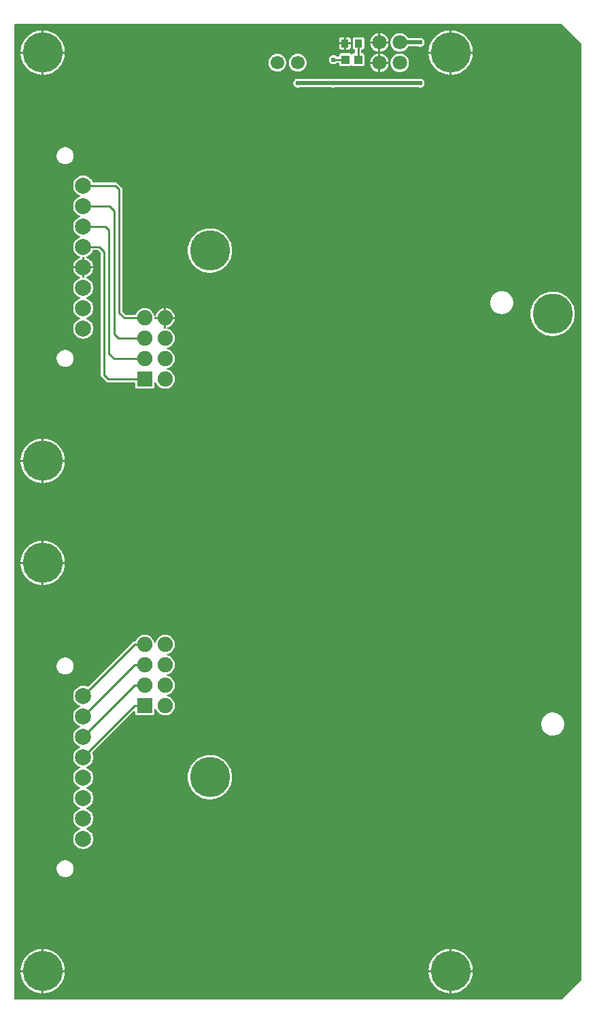
<source format=gtl>
G04 Layer: TopLayer*
G04 EasyEDA v6.5.32, 2023-07-25 14:04:49*
G04 0f3e630bb97748ac983c4cf8ea4fb351,5a6b42c53f6a479593ecc07194224c93,10*
G04 Gerber Generator version 0.2*
G04 Scale: 100 percent, Rotated: No, Reflected: No *
G04 Dimensions in millimeters *
G04 leading zeros omitted , absolute positions ,4 integer and 5 decimal *
%FSLAX45Y45*%
%MOMM*%

%ADD10C,0.2540*%
%ADD11C,0.5000*%
%ADD12R,1.0000X1.1000*%
%ADD13R,0.8999X1.0000*%
%ADD14C,5.0000*%
%ADD15C,1.9000*%
%ADD16R,1.9000X1.9000*%
%ADD17C,2.0000*%
%ADD18C,1.8000*%
%ADD19C,1.7000*%
%ADD20C,0.6096*%
%ADD21C,0.0155*%

%LPD*%
G36*
X36068Y-6324092D02*
G01*
X32156Y-6323330D01*
X28905Y-6321094D01*
X26670Y-6317843D01*
X25908Y-6313932D01*
X25908Y5805932D01*
X26670Y5809843D01*
X28905Y5813094D01*
X32156Y5815330D01*
X36068Y5816092D01*
X6843064Y5816092D01*
X6846925Y5815330D01*
X6850227Y5813094D01*
X7083094Y5580227D01*
X7085330Y5576925D01*
X7086092Y5573064D01*
X7086092Y-6081064D01*
X7085330Y-6084925D01*
X7083094Y-6088227D01*
X6850227Y-6321094D01*
X6846925Y-6323330D01*
X6843064Y-6324092D01*
G37*

%LPC*%
G36*
X4584700Y5600700D02*
G01*
X4687112Y5600700D01*
X4686960Y5602528D01*
X4684268Y5616803D01*
X4679746Y5630672D01*
X4673549Y5643829D01*
X4665776Y5656122D01*
X4656480Y5667349D01*
X4645863Y5677306D01*
X4634077Y5685840D01*
X4621326Y5692851D01*
X4607814Y5698236D01*
X4593691Y5701842D01*
X4584700Y5702960D01*
G37*
G36*
X368300Y-6244437D02*
G01*
X368300Y-5981700D01*
X105410Y-5981700D01*
X106070Y-5992063D01*
X107289Y-6003594D01*
X108966Y-6015024D01*
X111150Y-6026353D01*
X113792Y-6037630D01*
X116890Y-6048756D01*
X120446Y-6059728D01*
X122580Y-6065113D01*
X124460Y-6070549D01*
X128981Y-6081217D01*
X133858Y-6091682D01*
X139242Y-6101892D01*
X144983Y-6111900D01*
X148437Y-6117082D01*
X151180Y-6121704D01*
X157784Y-6131153D01*
X161645Y-6136030D01*
X164795Y-6140399D01*
X172161Y-6149289D01*
X179882Y-6157874D01*
X187960Y-6166104D01*
X196392Y-6174028D01*
X205130Y-6181598D01*
X214172Y-6188760D01*
X218998Y-6192113D01*
X223520Y-6195568D01*
X233171Y-6201968D01*
X238252Y-6204864D01*
X243027Y-6207912D01*
X253187Y-6213500D01*
X258521Y-6215989D01*
X263499Y-6218631D01*
X274066Y-6223355D01*
X284835Y-6227572D01*
X295757Y-6231382D01*
X306781Y-6234734D01*
X312674Y-6236106D01*
X318008Y-6237630D01*
X329285Y-6240018D01*
X335280Y-6240881D01*
X340715Y-6241948D01*
X352145Y-6243370D01*
X363677Y-6244336D01*
G37*
G36*
X5473700Y-6244386D02*
G01*
X5489854Y-6243370D01*
X5512714Y-6240018D01*
X5535218Y-6234734D01*
X5557164Y-6227572D01*
X5578500Y-6218631D01*
X5598972Y-6207912D01*
X5618480Y-6195568D01*
X5636869Y-6181598D01*
X5654040Y-6166104D01*
X5669838Y-6149289D01*
X5684215Y-6131153D01*
X5697016Y-6111900D01*
X5708142Y-6091682D01*
X5717540Y-6070549D01*
X5725109Y-6048756D01*
X5730849Y-6026353D01*
X5734710Y-6003594D01*
X5736590Y-5981700D01*
X5473700Y-5981700D01*
G37*
G36*
X5185664Y-5956300D02*
G01*
X5448300Y-5956300D01*
X5448300Y-5693562D01*
X5443677Y-5693664D01*
X5420715Y-5696051D01*
X5398008Y-5700369D01*
X5375757Y-5706618D01*
X5354066Y-5714644D01*
X5333187Y-5724499D01*
X5313172Y-5736031D01*
X5294172Y-5749239D01*
X5276392Y-5763971D01*
X5259882Y-5780125D01*
X5244795Y-5797651D01*
X5231180Y-5816295D01*
X5219242Y-5836107D01*
X5208981Y-5856782D01*
X5200446Y-5878271D01*
X5193792Y-5900369D01*
X5188966Y-5922975D01*
X5186070Y-5945936D01*
G37*
G36*
X5473700Y-5956300D02*
G01*
X5736590Y-5956300D01*
X5734710Y-5934405D01*
X5730849Y-5911646D01*
X5725109Y-5889244D01*
X5717540Y-5867450D01*
X5708142Y-5846318D01*
X5697016Y-5826099D01*
X5684215Y-5806846D01*
X5669838Y-5788710D01*
X5654040Y-5771896D01*
X5636869Y-5756402D01*
X5618480Y-5742432D01*
X5598972Y-5730087D01*
X5578500Y-5719368D01*
X5557164Y-5710428D01*
X5535218Y-5703265D01*
X5512714Y-5697982D01*
X5489854Y-5694629D01*
X5473700Y-5693613D01*
G37*
G36*
X393700Y-5956300D02*
G01*
X656590Y-5956300D01*
X655929Y-5945936D01*
X654710Y-5934405D01*
X653034Y-5922975D01*
X650849Y-5911646D01*
X648208Y-5900369D01*
X645109Y-5889244D01*
X641553Y-5878271D01*
X639419Y-5872886D01*
X637540Y-5867450D01*
X633018Y-5856782D01*
X628142Y-5846318D01*
X622757Y-5836107D01*
X617016Y-5826099D01*
X613562Y-5820918D01*
X610819Y-5816295D01*
X604215Y-5806846D01*
X597204Y-5797651D01*
X589838Y-5788710D01*
X582117Y-5780125D01*
X574040Y-5771896D01*
X565607Y-5763971D01*
X556869Y-5756402D01*
X547827Y-5749239D01*
X543001Y-5745886D01*
X538480Y-5742432D01*
X528828Y-5736031D01*
X523748Y-5733135D01*
X518972Y-5730087D01*
X508812Y-5724499D01*
X503478Y-5722010D01*
X498500Y-5719368D01*
X487934Y-5714644D01*
X477164Y-5710428D01*
X466242Y-5706618D01*
X455218Y-5703265D01*
X449326Y-5701893D01*
X443992Y-5700369D01*
X432714Y-5697982D01*
X426720Y-5697118D01*
X421284Y-5696051D01*
X409854Y-5694629D01*
X398322Y-5693664D01*
X393700Y-5693562D01*
G37*
G36*
X105410Y-5956300D02*
G01*
X368300Y-5956300D01*
X368300Y-5693562D01*
X363677Y-5693664D01*
X352145Y-5694629D01*
X340715Y-5696051D01*
X334873Y-5697169D01*
X329285Y-5697982D01*
X318008Y-5700369D01*
X312267Y-5701995D01*
X306781Y-5703265D01*
X301040Y-5705144D01*
X295757Y-5706618D01*
X284835Y-5710428D01*
X274066Y-5714644D01*
X268732Y-5717184D01*
X263499Y-5719368D01*
X253187Y-5724499D01*
X248107Y-5727446D01*
X243027Y-5730087D01*
X237896Y-5733338D01*
X233171Y-5736031D01*
X228346Y-5739384D01*
X223520Y-5742432D01*
X214172Y-5749239D01*
X209702Y-5752947D01*
X205130Y-5756402D01*
X196392Y-5763971D01*
X187960Y-5771896D01*
X179882Y-5780125D01*
X172161Y-5788710D01*
X164795Y-5797651D01*
X157784Y-5806846D01*
X154381Y-5811977D01*
X151180Y-5816295D01*
X144983Y-5826099D01*
X139242Y-5836107D01*
X133858Y-5846318D01*
X128981Y-5856782D01*
X126847Y-5862167D01*
X124460Y-5867450D01*
X120446Y-5878271D01*
X116890Y-5889244D01*
X113792Y-5900369D01*
X111150Y-5911646D01*
X108966Y-5922975D01*
X108254Y-5928715D01*
X107289Y-5934405D01*
X106070Y-5945936D01*
G37*
G36*
X660400Y-4800396D02*
G01*
X674217Y-4799482D01*
X687781Y-4796790D01*
X700938Y-4792319D01*
X713333Y-4786172D01*
X724865Y-4778502D01*
X735279Y-4769358D01*
X744423Y-4758944D01*
X752094Y-4747412D01*
X758240Y-4735017D01*
X762660Y-4721910D01*
X765403Y-4708296D01*
X766267Y-4694478D01*
X765403Y-4680661D01*
X762660Y-4667097D01*
X758240Y-4653991D01*
X752094Y-4641545D01*
X744423Y-4630013D01*
X735279Y-4619599D01*
X724865Y-4610506D01*
X713333Y-4602784D01*
X700938Y-4596688D01*
X687781Y-4592218D01*
X674217Y-4589526D01*
X660400Y-4588611D01*
X646582Y-4589526D01*
X633018Y-4592218D01*
X619861Y-4596688D01*
X607466Y-4602784D01*
X595934Y-4610506D01*
X585520Y-4619599D01*
X576376Y-4630013D01*
X568706Y-4641545D01*
X562559Y-4653991D01*
X558139Y-4667097D01*
X555396Y-4680661D01*
X554532Y-4694478D01*
X555396Y-4708296D01*
X558139Y-4721910D01*
X562559Y-4735017D01*
X568706Y-4747412D01*
X576376Y-4758944D01*
X585520Y-4769358D01*
X595934Y-4778502D01*
X607466Y-4786172D01*
X619861Y-4792319D01*
X633018Y-4796790D01*
X646582Y-4799482D01*
G37*
G36*
X885393Y-4448759D02*
G01*
X900582Y-4447844D01*
X915517Y-4445101D01*
X930046Y-4440580D01*
X943914Y-4434382D01*
X956919Y-4426508D01*
X968908Y-4417110D01*
X979627Y-4406392D01*
X989025Y-4394403D01*
X996899Y-4381398D01*
X1003096Y-4367530D01*
X1007618Y-4353001D01*
X1010361Y-4338066D01*
X1011275Y-4322876D01*
X1010361Y-4307738D01*
X1007618Y-4292752D01*
X1003096Y-4278274D01*
X996899Y-4264406D01*
X989025Y-4251401D01*
X979627Y-4239412D01*
X968908Y-4228642D01*
X956919Y-4219295D01*
X943914Y-4211421D01*
X929995Y-4205173D01*
X926846Y-4202938D01*
X924712Y-4199686D01*
X924001Y-4195876D01*
X924712Y-4192117D01*
X926846Y-4188866D01*
X929995Y-4186631D01*
X943914Y-4180382D01*
X956919Y-4172508D01*
X968908Y-4163110D01*
X979627Y-4152392D01*
X989025Y-4140403D01*
X996899Y-4127398D01*
X1003096Y-4113529D01*
X1007618Y-4099001D01*
X1010361Y-4084065D01*
X1011275Y-4068876D01*
X1010361Y-4053738D01*
X1007618Y-4038752D01*
X1003096Y-4024274D01*
X996899Y-4010406D01*
X989025Y-3997401D01*
X979627Y-3985412D01*
X968908Y-3974642D01*
X956919Y-3965295D01*
X943914Y-3957421D01*
X929995Y-3951173D01*
X926846Y-3948937D01*
X924712Y-3945686D01*
X924001Y-3941876D01*
X924712Y-3938117D01*
X926846Y-3934866D01*
X929995Y-3932631D01*
X943914Y-3926382D01*
X956919Y-3918508D01*
X968908Y-3909110D01*
X979627Y-3898392D01*
X989025Y-3886403D01*
X996899Y-3873398D01*
X1003096Y-3859529D01*
X1007618Y-3845001D01*
X1010361Y-3830065D01*
X1011275Y-3814876D01*
X1010361Y-3799738D01*
X1007618Y-3784752D01*
X1003096Y-3770274D01*
X996899Y-3756406D01*
X989025Y-3743401D01*
X979627Y-3731412D01*
X968908Y-3720642D01*
X956919Y-3711295D01*
X943914Y-3703421D01*
X929995Y-3697173D01*
X926846Y-3694937D01*
X924712Y-3691686D01*
X924001Y-3687876D01*
X924712Y-3684117D01*
X926846Y-3680866D01*
X929995Y-3678631D01*
X943914Y-3672382D01*
X956919Y-3664508D01*
X968908Y-3655110D01*
X979627Y-3644392D01*
X989025Y-3632403D01*
X996899Y-3619398D01*
X1003096Y-3605529D01*
X1007618Y-3591001D01*
X1010361Y-3576065D01*
X1011275Y-3560876D01*
X1010361Y-3545738D01*
X1007618Y-3530752D01*
X1003096Y-3516274D01*
X996899Y-3502406D01*
X989025Y-3489401D01*
X979627Y-3477412D01*
X968908Y-3466642D01*
X956919Y-3457295D01*
X943914Y-3449421D01*
X929995Y-3443173D01*
X926846Y-3440937D01*
X924712Y-3437686D01*
X924001Y-3433876D01*
X924712Y-3430117D01*
X926846Y-3426866D01*
X929995Y-3424631D01*
X943914Y-3418382D01*
X956919Y-3410508D01*
X968908Y-3401110D01*
X979627Y-3390392D01*
X989025Y-3378403D01*
X996899Y-3365398D01*
X1003096Y-3351529D01*
X1007618Y-3337001D01*
X1010361Y-3322065D01*
X1011275Y-3306876D01*
X1010361Y-3291738D01*
X1007618Y-3276752D01*
X1003096Y-3262274D01*
X1000252Y-3255924D01*
X999388Y-3251962D01*
X1000099Y-3247948D01*
X1002334Y-3244596D01*
X1512773Y-2734157D01*
X1516075Y-2731973D01*
X1519936Y-2731211D01*
X1523847Y-2731973D01*
X1527098Y-2734157D01*
X1529334Y-2737459D01*
X1530096Y-2741371D01*
X1530096Y-2761437D01*
X1530807Y-2767736D01*
X1532737Y-2773222D01*
X1535785Y-2778099D01*
X1539900Y-2782214D01*
X1544777Y-2785262D01*
X1550263Y-2787192D01*
X1556562Y-2787904D01*
X1745437Y-2787904D01*
X1751736Y-2787192D01*
X1757222Y-2785262D01*
X1762099Y-2782214D01*
X1766214Y-2778099D01*
X1769313Y-2773222D01*
X1771192Y-2767736D01*
X1771904Y-2761437D01*
X1771904Y-2711805D01*
X1772716Y-2707894D01*
X1774952Y-2704592D01*
X1778304Y-2702407D01*
X1782216Y-2701645D01*
X1786128Y-2702509D01*
X1789379Y-2704795D01*
X1791563Y-2708148D01*
X1795170Y-2717546D01*
X1802231Y-2730652D01*
X1810816Y-2742793D01*
X1820875Y-2753766D01*
X1832152Y-2763469D01*
X1844548Y-2771698D01*
X1857908Y-2778302D01*
X1871929Y-2783281D01*
X1886457Y-2786481D01*
X1901291Y-2787853D01*
X1916175Y-2787396D01*
X1930857Y-2785110D01*
X1945182Y-2780995D01*
X1958898Y-2775204D01*
X1971802Y-2767787D01*
X1983638Y-2758795D01*
X1994357Y-2748432D01*
X2003653Y-2736850D01*
X2011527Y-2724200D01*
X2017725Y-2710688D01*
X2022246Y-2696464D01*
X2024989Y-2681833D01*
X2025904Y-2667000D01*
X2024989Y-2652166D01*
X2022246Y-2637536D01*
X2017725Y-2623312D01*
X2011527Y-2609799D01*
X2003653Y-2597150D01*
X1994357Y-2585567D01*
X1983638Y-2575204D01*
X1971802Y-2566212D01*
X1958898Y-2558796D01*
X1945182Y-2553004D01*
X1933905Y-2549753D01*
X1930044Y-2547721D01*
X1927453Y-2544267D01*
X1926539Y-2540000D01*
X1927453Y-2535732D01*
X1930044Y-2532278D01*
X1933905Y-2530246D01*
X1945182Y-2526995D01*
X1958898Y-2521204D01*
X1971802Y-2513787D01*
X1983638Y-2504795D01*
X1994357Y-2494432D01*
X2003653Y-2482850D01*
X2011527Y-2470200D01*
X2017725Y-2456688D01*
X2022246Y-2442464D01*
X2024989Y-2427833D01*
X2025904Y-2413000D01*
X2024989Y-2398166D01*
X2022246Y-2383536D01*
X2017725Y-2369312D01*
X2011527Y-2355799D01*
X2003653Y-2343150D01*
X1994357Y-2331567D01*
X1983638Y-2321204D01*
X1971802Y-2312212D01*
X1958898Y-2304796D01*
X1945182Y-2299004D01*
X1933905Y-2295753D01*
X1930044Y-2293721D01*
X1927453Y-2290267D01*
X1926539Y-2286000D01*
X1927453Y-2281732D01*
X1930044Y-2278278D01*
X1933905Y-2276246D01*
X1945182Y-2272995D01*
X1958898Y-2267204D01*
X1971802Y-2259787D01*
X1983638Y-2250795D01*
X1994357Y-2240432D01*
X2003653Y-2228850D01*
X2011527Y-2216200D01*
X2017725Y-2202688D01*
X2022246Y-2188464D01*
X2024989Y-2173833D01*
X2025904Y-2159000D01*
X2024989Y-2144166D01*
X2022246Y-2129536D01*
X2017725Y-2115312D01*
X2011527Y-2101799D01*
X2003653Y-2089150D01*
X1994357Y-2077567D01*
X1983638Y-2067204D01*
X1971802Y-2058212D01*
X1958898Y-2050796D01*
X1945182Y-2045004D01*
X1933905Y-2041753D01*
X1930044Y-2039721D01*
X1927453Y-2036267D01*
X1926539Y-2032000D01*
X1927453Y-2027732D01*
X1930044Y-2024278D01*
X1933905Y-2022246D01*
X1945182Y-2018995D01*
X1958898Y-2013204D01*
X1971802Y-2005787D01*
X1983638Y-1996795D01*
X1994357Y-1986432D01*
X2003653Y-1974850D01*
X2011527Y-1962200D01*
X2017725Y-1948688D01*
X2022246Y-1934464D01*
X2024989Y-1919833D01*
X2025904Y-1905000D01*
X2024989Y-1890166D01*
X2022246Y-1875536D01*
X2017725Y-1861312D01*
X2011527Y-1847799D01*
X2003653Y-1835150D01*
X1994357Y-1823567D01*
X1983638Y-1813204D01*
X1971802Y-1804212D01*
X1958898Y-1796796D01*
X1945182Y-1791004D01*
X1930857Y-1786889D01*
X1916175Y-1784604D01*
X1901291Y-1784146D01*
X1886457Y-1785518D01*
X1871929Y-1788718D01*
X1857908Y-1793697D01*
X1844548Y-1800301D01*
X1832152Y-1808530D01*
X1820875Y-1818233D01*
X1810816Y-1829206D01*
X1802231Y-1841347D01*
X1795170Y-1854454D01*
X1789785Y-1868373D01*
X1787956Y-1875536D01*
X1786026Y-1879447D01*
X1782622Y-1882139D01*
X1778406Y-1883206D01*
X1774139Y-1882393D01*
X1770583Y-1879854D01*
X1768449Y-1876094D01*
X1763725Y-1861312D01*
X1757527Y-1847799D01*
X1749653Y-1835150D01*
X1740357Y-1823567D01*
X1729638Y-1813204D01*
X1717802Y-1804212D01*
X1704898Y-1796796D01*
X1691182Y-1791004D01*
X1676857Y-1786889D01*
X1662175Y-1784604D01*
X1647291Y-1784146D01*
X1632457Y-1785518D01*
X1617929Y-1788718D01*
X1603908Y-1793697D01*
X1590548Y-1800301D01*
X1578152Y-1808530D01*
X1566875Y-1818233D01*
X1556816Y-1829206D01*
X1548231Y-1841347D01*
X1541170Y-1854454D01*
X1539087Y-1859889D01*
X1536903Y-1863293D01*
X1533550Y-1865579D01*
X1529588Y-1866392D01*
X1525828Y-1866392D01*
X1517802Y-1867204D01*
X1510588Y-1869389D01*
X1503883Y-1872945D01*
X1497685Y-1878075D01*
X947775Y-2427986D01*
X944371Y-2430221D01*
X940358Y-2430932D01*
X936396Y-2430068D01*
X930046Y-2427173D01*
X915517Y-2422652D01*
X900582Y-2419908D01*
X885393Y-2418994D01*
X870254Y-2419908D01*
X855268Y-2422652D01*
X840790Y-2427173D01*
X826922Y-2433421D01*
X813917Y-2441295D01*
X801928Y-2450642D01*
X791159Y-2461412D01*
X781812Y-2473401D01*
X773938Y-2486406D01*
X767689Y-2500274D01*
X763168Y-2514752D01*
X760425Y-2529738D01*
X759510Y-2544876D01*
X760425Y-2560066D01*
X763168Y-2575001D01*
X767689Y-2589530D01*
X773938Y-2603398D01*
X781812Y-2616403D01*
X791159Y-2628392D01*
X801928Y-2639110D01*
X813917Y-2648508D01*
X826922Y-2656382D01*
X840841Y-2662631D01*
X843991Y-2664866D01*
X846074Y-2668117D01*
X846836Y-2671876D01*
X846074Y-2675686D01*
X843991Y-2678938D01*
X840841Y-2681173D01*
X826922Y-2687421D01*
X813917Y-2695295D01*
X801928Y-2704642D01*
X791159Y-2715412D01*
X781812Y-2727401D01*
X773938Y-2740406D01*
X767689Y-2754274D01*
X763168Y-2768752D01*
X760425Y-2783738D01*
X759510Y-2798876D01*
X760425Y-2814066D01*
X763168Y-2829001D01*
X767689Y-2843530D01*
X773938Y-2857398D01*
X781812Y-2870403D01*
X791159Y-2882392D01*
X801928Y-2893110D01*
X813917Y-2902508D01*
X826922Y-2910382D01*
X840841Y-2916631D01*
X843991Y-2918866D01*
X846074Y-2922117D01*
X846836Y-2925876D01*
X846074Y-2929686D01*
X843991Y-2932938D01*
X840841Y-2935173D01*
X826922Y-2941421D01*
X813917Y-2949295D01*
X801928Y-2958642D01*
X791159Y-2969412D01*
X781812Y-2981401D01*
X773938Y-2994406D01*
X767689Y-3008274D01*
X763168Y-3022752D01*
X760425Y-3037738D01*
X759510Y-3052876D01*
X760425Y-3068066D01*
X763168Y-3083001D01*
X767689Y-3097530D01*
X773938Y-3111398D01*
X781812Y-3124403D01*
X791159Y-3136392D01*
X801928Y-3147110D01*
X813917Y-3156508D01*
X826922Y-3164382D01*
X840841Y-3170631D01*
X843991Y-3172866D01*
X846074Y-3176117D01*
X846836Y-3179876D01*
X846074Y-3183686D01*
X843991Y-3186938D01*
X840841Y-3189173D01*
X826922Y-3195421D01*
X813917Y-3203295D01*
X801928Y-3212642D01*
X791159Y-3223412D01*
X781812Y-3235401D01*
X773938Y-3248406D01*
X767689Y-3262274D01*
X763168Y-3276752D01*
X760425Y-3291738D01*
X759510Y-3306876D01*
X760425Y-3322065D01*
X763168Y-3337001D01*
X767689Y-3351529D01*
X773938Y-3365398D01*
X781812Y-3378403D01*
X791159Y-3390392D01*
X801928Y-3401110D01*
X813917Y-3410508D01*
X826922Y-3418382D01*
X840841Y-3424631D01*
X843991Y-3426866D01*
X846074Y-3430117D01*
X846836Y-3433876D01*
X846074Y-3437686D01*
X843991Y-3440937D01*
X840841Y-3443173D01*
X826922Y-3449421D01*
X813917Y-3457295D01*
X801928Y-3466642D01*
X791159Y-3477412D01*
X781812Y-3489401D01*
X773938Y-3502406D01*
X767689Y-3516274D01*
X763168Y-3530752D01*
X760425Y-3545738D01*
X759510Y-3560876D01*
X760425Y-3576065D01*
X763168Y-3591001D01*
X767689Y-3605529D01*
X773938Y-3619398D01*
X781812Y-3632403D01*
X791159Y-3644392D01*
X801928Y-3655110D01*
X813917Y-3664508D01*
X826922Y-3672382D01*
X840841Y-3678631D01*
X843991Y-3680866D01*
X846074Y-3684117D01*
X846836Y-3687876D01*
X846074Y-3691686D01*
X843991Y-3694937D01*
X840841Y-3697173D01*
X826922Y-3703421D01*
X813917Y-3711295D01*
X801928Y-3720642D01*
X791159Y-3731412D01*
X781812Y-3743401D01*
X773938Y-3756406D01*
X767689Y-3770274D01*
X763168Y-3784752D01*
X760425Y-3799738D01*
X759510Y-3814876D01*
X760425Y-3830065D01*
X763168Y-3845001D01*
X767689Y-3859529D01*
X773938Y-3873398D01*
X781812Y-3886403D01*
X791159Y-3898392D01*
X801928Y-3909110D01*
X813917Y-3918508D01*
X826922Y-3926382D01*
X840841Y-3932631D01*
X843991Y-3934866D01*
X846074Y-3938117D01*
X846836Y-3941876D01*
X846074Y-3945686D01*
X843991Y-3948937D01*
X840841Y-3951173D01*
X826922Y-3957421D01*
X813917Y-3965295D01*
X801928Y-3974642D01*
X791159Y-3985412D01*
X781812Y-3997401D01*
X773938Y-4010406D01*
X767689Y-4024274D01*
X763168Y-4038752D01*
X760425Y-4053738D01*
X759510Y-4068876D01*
X760425Y-4084065D01*
X763168Y-4099001D01*
X767689Y-4113529D01*
X773938Y-4127398D01*
X781812Y-4140403D01*
X791159Y-4152392D01*
X801928Y-4163110D01*
X813917Y-4172508D01*
X826922Y-4180382D01*
X840841Y-4186631D01*
X843991Y-4188866D01*
X846074Y-4192117D01*
X846836Y-4195876D01*
X846074Y-4199686D01*
X843991Y-4202938D01*
X840841Y-4205173D01*
X826922Y-4211421D01*
X813917Y-4219295D01*
X801928Y-4228642D01*
X791159Y-4239412D01*
X781812Y-4251401D01*
X773938Y-4264406D01*
X767689Y-4278274D01*
X763168Y-4292752D01*
X760425Y-4307738D01*
X759510Y-4322876D01*
X760425Y-4338066D01*
X763168Y-4353001D01*
X767689Y-4367530D01*
X773938Y-4381398D01*
X781812Y-4394403D01*
X791159Y-4406392D01*
X801928Y-4417110D01*
X813917Y-4426508D01*
X826922Y-4434382D01*
X840790Y-4440580D01*
X855268Y-4445101D01*
X870254Y-4447844D01*
G37*
G36*
X2458008Y-3831844D02*
G01*
X2481122Y-3831336D01*
X2504084Y-3828948D01*
X2526792Y-3824630D01*
X2549042Y-3818382D01*
X2570734Y-3810355D01*
X2591612Y-3800500D01*
X2611628Y-3788968D01*
X2630627Y-3775760D01*
X2648407Y-3761028D01*
X2664917Y-3744874D01*
X2680004Y-3727399D01*
X2693619Y-3708704D01*
X2705557Y-3688892D01*
X2715869Y-3668217D01*
X2724353Y-3646728D01*
X2731008Y-3624630D01*
X2735834Y-3602024D01*
X2738729Y-3579063D01*
X2739694Y-3556000D01*
X2738729Y-3532936D01*
X2735834Y-3509975D01*
X2731008Y-3487369D01*
X2724353Y-3465271D01*
X2715869Y-3443782D01*
X2705557Y-3423107D01*
X2693619Y-3403295D01*
X2680004Y-3384600D01*
X2664917Y-3367125D01*
X2648407Y-3350971D01*
X2630627Y-3336239D01*
X2611628Y-3323031D01*
X2591612Y-3311499D01*
X2570734Y-3301644D01*
X2549042Y-3293618D01*
X2526792Y-3287369D01*
X2504084Y-3283051D01*
X2481122Y-3280664D01*
X2458008Y-3280156D01*
X2434945Y-3281629D01*
X2412085Y-3284982D01*
X2389581Y-3290265D01*
X2367635Y-3297428D01*
X2346350Y-3306368D01*
X2325827Y-3317087D01*
X2306320Y-3329432D01*
X2287930Y-3343401D01*
X2270760Y-3358896D01*
X2254961Y-3375710D01*
X2240584Y-3393846D01*
X2227783Y-3413099D01*
X2216658Y-3433318D01*
X2207260Y-3454450D01*
X2199690Y-3476244D01*
X2193950Y-3498646D01*
X2190089Y-3521405D01*
X2188159Y-3544468D01*
X2188159Y-3567531D01*
X2190089Y-3590594D01*
X2193950Y-3613353D01*
X2199690Y-3635756D01*
X2207260Y-3657549D01*
X2216658Y-3678682D01*
X2227783Y-3698900D01*
X2240584Y-3718153D01*
X2254961Y-3736289D01*
X2270760Y-3753104D01*
X2287930Y-3768598D01*
X2306320Y-3782568D01*
X2325827Y-3794912D01*
X2346350Y-3805631D01*
X2367635Y-3814572D01*
X2389581Y-3821734D01*
X2412085Y-3827018D01*
X2434945Y-3830370D01*
G37*
G36*
X6726885Y-3038957D02*
G01*
X6743293Y-3038449D01*
X6759498Y-3036112D01*
X6775297Y-3031998D01*
X6790588Y-3026054D01*
X6805066Y-3018383D01*
X6818579Y-3009138D01*
X6830923Y-2998419D01*
X6841998Y-2986379D01*
X6851650Y-2973120D01*
X6859676Y-2958846D01*
X6866077Y-2943809D01*
X6870649Y-2928061D01*
X6873443Y-2911957D01*
X6874408Y-2895600D01*
X6873443Y-2879242D01*
X6870649Y-2863138D01*
X6866077Y-2847390D01*
X6859676Y-2832354D01*
X6851650Y-2818079D01*
X6841998Y-2804820D01*
X6830923Y-2792780D01*
X6818579Y-2782062D01*
X6805066Y-2772816D01*
X6790588Y-2765145D01*
X6775297Y-2759202D01*
X6759498Y-2755087D01*
X6743293Y-2752750D01*
X6726885Y-2752242D01*
X6710578Y-2753664D01*
X6694525Y-2756916D01*
X6678980Y-2761996D01*
X6664096Y-2768803D01*
X6650075Y-2777236D01*
X6637121Y-2787243D01*
X6625336Y-2798622D01*
X6614972Y-2811322D01*
X6606133Y-2825089D01*
X6598920Y-2839770D01*
X6593433Y-2855214D01*
X6589725Y-2871165D01*
X6587845Y-2887421D01*
X6587845Y-2903778D01*
X6589725Y-2920034D01*
X6593433Y-2935986D01*
X6598920Y-2951429D01*
X6606133Y-2966110D01*
X6614972Y-2979877D01*
X6625336Y-2992577D01*
X6637121Y-3003956D01*
X6650075Y-3013964D01*
X6664096Y-3022396D01*
X6678980Y-3029204D01*
X6694525Y-3034284D01*
X6710578Y-3037535D01*
G37*
G36*
X660400Y-2279192D02*
G01*
X674217Y-2278278D01*
X687781Y-2275586D01*
X700938Y-2271115D01*
X713333Y-2265019D01*
X724865Y-2257298D01*
X735279Y-2248154D01*
X744423Y-2237740D01*
X752094Y-2226259D01*
X758240Y-2213813D01*
X762660Y-2200706D01*
X765403Y-2187143D01*
X766267Y-2173325D01*
X765403Y-2159457D01*
X762660Y-2145893D01*
X758240Y-2132787D01*
X752094Y-2120341D01*
X744423Y-2108860D01*
X735279Y-2098446D01*
X724865Y-2089302D01*
X713333Y-2081580D01*
X700938Y-2075484D01*
X687781Y-2071014D01*
X674217Y-2068322D01*
X660400Y-2067407D01*
X646582Y-2068322D01*
X633018Y-2071014D01*
X619861Y-2075484D01*
X607466Y-2081580D01*
X595934Y-2089302D01*
X585520Y-2098446D01*
X576376Y-2108860D01*
X568706Y-2120341D01*
X562559Y-2132787D01*
X558139Y-2145893D01*
X555396Y-2159457D01*
X554532Y-2173325D01*
X555396Y-2187143D01*
X558139Y-2200706D01*
X562559Y-2213813D01*
X568706Y-2226259D01*
X576376Y-2237740D01*
X585520Y-2248154D01*
X595934Y-2257298D01*
X607466Y-2265019D01*
X619861Y-2271115D01*
X633018Y-2275586D01*
X646582Y-2278278D01*
G37*
G36*
X393700Y-1164437D02*
G01*
X398322Y-1164336D01*
X409854Y-1163370D01*
X421284Y-1161948D01*
X427126Y-1160830D01*
X432714Y-1160018D01*
X443992Y-1157630D01*
X449732Y-1156004D01*
X455218Y-1154734D01*
X460959Y-1152855D01*
X466242Y-1151382D01*
X477164Y-1147572D01*
X487934Y-1143355D01*
X493268Y-1140815D01*
X498500Y-1138631D01*
X508812Y-1133500D01*
X513892Y-1130554D01*
X518972Y-1127912D01*
X524103Y-1124661D01*
X528828Y-1121968D01*
X533654Y-1118616D01*
X538480Y-1115568D01*
X547827Y-1108760D01*
X552297Y-1105052D01*
X556869Y-1101598D01*
X565607Y-1094028D01*
X574040Y-1086104D01*
X582117Y-1077874D01*
X589838Y-1069289D01*
X597204Y-1060399D01*
X600608Y-1055674D01*
X604215Y-1051153D01*
X607618Y-1046022D01*
X610819Y-1041704D01*
X617016Y-1031900D01*
X622757Y-1021892D01*
X628142Y-1011682D01*
X633018Y-1001217D01*
X635152Y-995832D01*
X637540Y-990549D01*
X641553Y-979728D01*
X645109Y-968756D01*
X648208Y-957630D01*
X650849Y-946353D01*
X653034Y-935024D01*
X653745Y-929284D01*
X654710Y-923594D01*
X655929Y-912063D01*
X656590Y-901700D01*
X393700Y-901700D01*
G37*
G36*
X368300Y-1164437D02*
G01*
X368300Y-901700D01*
X105410Y-901700D01*
X106070Y-912063D01*
X107289Y-923594D01*
X108966Y-935024D01*
X111150Y-946353D01*
X113792Y-957630D01*
X116890Y-968756D01*
X120446Y-979728D01*
X122580Y-985113D01*
X124460Y-990549D01*
X128981Y-1001217D01*
X133858Y-1011682D01*
X139242Y-1021892D01*
X144983Y-1031900D01*
X148437Y-1037082D01*
X151180Y-1041704D01*
X157784Y-1051153D01*
X161645Y-1056030D01*
X164795Y-1060399D01*
X172161Y-1069289D01*
X179882Y-1077874D01*
X187960Y-1086104D01*
X196392Y-1094028D01*
X205130Y-1101598D01*
X214172Y-1108760D01*
X218998Y-1112113D01*
X223520Y-1115568D01*
X233171Y-1121968D01*
X238252Y-1124864D01*
X243027Y-1127912D01*
X253187Y-1133500D01*
X258521Y-1135989D01*
X263499Y-1138631D01*
X274066Y-1143355D01*
X284835Y-1147572D01*
X295757Y-1151382D01*
X306781Y-1154734D01*
X312674Y-1156106D01*
X318008Y-1157630D01*
X329285Y-1160018D01*
X335280Y-1160881D01*
X340715Y-1161948D01*
X352145Y-1163370D01*
X363677Y-1164336D01*
G37*
G36*
X393700Y-876300D02*
G01*
X656590Y-876300D01*
X655929Y-865936D01*
X654710Y-854405D01*
X653034Y-842975D01*
X650849Y-831646D01*
X648208Y-820369D01*
X645109Y-809244D01*
X641553Y-798271D01*
X639419Y-792886D01*
X637540Y-787450D01*
X633018Y-776782D01*
X628142Y-766318D01*
X622757Y-756107D01*
X617016Y-746099D01*
X613562Y-740918D01*
X610819Y-736295D01*
X604215Y-726846D01*
X597204Y-717651D01*
X589838Y-708710D01*
X582117Y-700125D01*
X574040Y-691896D01*
X565607Y-683971D01*
X556869Y-676402D01*
X547827Y-669239D01*
X543001Y-665886D01*
X538480Y-662432D01*
X528828Y-656031D01*
X523748Y-653135D01*
X518972Y-650087D01*
X508812Y-644499D01*
X503478Y-642010D01*
X498500Y-639368D01*
X487934Y-634644D01*
X477164Y-630428D01*
X466242Y-626618D01*
X455218Y-623265D01*
X449326Y-621893D01*
X443992Y-620369D01*
X432714Y-617982D01*
X426720Y-617118D01*
X421284Y-616051D01*
X409854Y-614629D01*
X398322Y-613664D01*
X393700Y-613562D01*
G37*
G36*
X105410Y-876300D02*
G01*
X368300Y-876300D01*
X368300Y-613562D01*
X363677Y-613664D01*
X352145Y-614629D01*
X340715Y-616051D01*
X334873Y-617169D01*
X329285Y-617982D01*
X318008Y-620369D01*
X312267Y-621995D01*
X306781Y-623265D01*
X301040Y-625144D01*
X295757Y-626618D01*
X284835Y-630428D01*
X274066Y-634644D01*
X268732Y-637184D01*
X263499Y-639368D01*
X253187Y-644499D01*
X248107Y-647446D01*
X243027Y-650087D01*
X237896Y-653338D01*
X233171Y-656031D01*
X228346Y-659384D01*
X223520Y-662432D01*
X214172Y-669239D01*
X209702Y-672947D01*
X205130Y-676402D01*
X196392Y-683971D01*
X187960Y-691896D01*
X179882Y-700125D01*
X172161Y-708710D01*
X164795Y-717651D01*
X157784Y-726846D01*
X154381Y-731977D01*
X151180Y-736295D01*
X144983Y-746099D01*
X139242Y-756107D01*
X133858Y-766318D01*
X128981Y-776782D01*
X126847Y-782167D01*
X124460Y-787450D01*
X120446Y-798271D01*
X116890Y-809244D01*
X113792Y-820369D01*
X111150Y-831646D01*
X108966Y-842975D01*
X108254Y-848715D01*
X107289Y-854405D01*
X106070Y-865936D01*
G37*
G36*
X368300Y105562D02*
G01*
X368300Y368300D01*
X105410Y368300D01*
X106070Y357936D01*
X107289Y346405D01*
X108966Y334975D01*
X111150Y323646D01*
X113792Y312369D01*
X116890Y301244D01*
X120446Y290271D01*
X122580Y284886D01*
X124460Y279450D01*
X128981Y268782D01*
X133858Y258317D01*
X139242Y248107D01*
X144983Y238099D01*
X148437Y232917D01*
X151180Y228295D01*
X157784Y218846D01*
X161645Y213969D01*
X164795Y209600D01*
X172161Y200710D01*
X179882Y192125D01*
X187960Y183896D01*
X196392Y175971D01*
X205130Y168402D01*
X214172Y161239D01*
X218998Y157886D01*
X223520Y154432D01*
X233171Y148031D01*
X238252Y145135D01*
X243027Y142087D01*
X253187Y136499D01*
X258521Y134010D01*
X263499Y131368D01*
X274066Y126644D01*
X284835Y122428D01*
X295757Y118618D01*
X306781Y115265D01*
X312674Y113893D01*
X318008Y112369D01*
X329285Y109982D01*
X335280Y109118D01*
X340715Y108051D01*
X352145Y106629D01*
X363677Y105664D01*
G37*
G36*
X393700Y105562D02*
G01*
X398322Y105664D01*
X409854Y106629D01*
X421284Y108051D01*
X427126Y109169D01*
X432714Y109982D01*
X443992Y112369D01*
X449732Y113995D01*
X455218Y115265D01*
X460959Y117144D01*
X466242Y118618D01*
X477164Y122428D01*
X487934Y126644D01*
X493268Y129184D01*
X498500Y131368D01*
X508812Y136499D01*
X513892Y139446D01*
X518972Y142087D01*
X524103Y145338D01*
X528828Y148031D01*
X533654Y151384D01*
X538480Y154432D01*
X547827Y161239D01*
X552297Y164947D01*
X556869Y168402D01*
X565607Y175971D01*
X574040Y183896D01*
X582117Y192125D01*
X589838Y200710D01*
X597204Y209600D01*
X600608Y214325D01*
X604215Y218846D01*
X607618Y223977D01*
X610819Y228295D01*
X617016Y238099D01*
X622757Y248107D01*
X628142Y258317D01*
X633018Y268782D01*
X635152Y274167D01*
X637540Y279450D01*
X641553Y290271D01*
X645109Y301244D01*
X648208Y312369D01*
X650849Y323646D01*
X653034Y334975D01*
X653745Y340715D01*
X654710Y346405D01*
X655929Y357936D01*
X656590Y368300D01*
X393700Y368300D01*
G37*
G36*
X393700Y393700D02*
G01*
X656590Y393700D01*
X655929Y404063D01*
X654710Y415594D01*
X653034Y427024D01*
X650849Y438353D01*
X648208Y449630D01*
X645109Y460756D01*
X641553Y471728D01*
X639419Y477113D01*
X637540Y482549D01*
X633018Y493217D01*
X628142Y503682D01*
X622757Y513892D01*
X617016Y523900D01*
X613562Y529082D01*
X610819Y533704D01*
X604215Y543153D01*
X597204Y552348D01*
X589838Y561289D01*
X582117Y569874D01*
X574040Y578104D01*
X565607Y586028D01*
X556869Y593598D01*
X547827Y600760D01*
X543001Y604113D01*
X538480Y607568D01*
X528828Y613968D01*
X523748Y616864D01*
X518972Y619912D01*
X508812Y625500D01*
X503478Y627989D01*
X498500Y630631D01*
X487934Y635355D01*
X477164Y639572D01*
X466242Y643382D01*
X455218Y646734D01*
X449326Y648106D01*
X443992Y649630D01*
X432714Y652018D01*
X426720Y652881D01*
X421284Y653948D01*
X409854Y655370D01*
X398322Y656336D01*
X393700Y656437D01*
G37*
G36*
X105410Y393700D02*
G01*
X368300Y393700D01*
X368300Y656437D01*
X363677Y656336D01*
X352145Y655370D01*
X340715Y653948D01*
X334873Y652830D01*
X329285Y652018D01*
X318008Y649630D01*
X312267Y648004D01*
X306781Y646734D01*
X301040Y644855D01*
X295757Y643382D01*
X284835Y639572D01*
X274066Y635355D01*
X268732Y632815D01*
X263499Y630631D01*
X253187Y625500D01*
X248107Y622554D01*
X243027Y619912D01*
X237896Y616661D01*
X233171Y613968D01*
X228346Y610616D01*
X223520Y607568D01*
X214172Y600760D01*
X209702Y597052D01*
X205130Y593598D01*
X196392Y586028D01*
X187960Y578104D01*
X179882Y569874D01*
X172161Y561289D01*
X164795Y552348D01*
X157784Y543153D01*
X154381Y538022D01*
X151180Y533704D01*
X144983Y523900D01*
X139242Y513892D01*
X133858Y503682D01*
X128981Y493217D01*
X126847Y487832D01*
X124460Y482549D01*
X120446Y471728D01*
X116890Y460756D01*
X113792Y449630D01*
X111150Y438353D01*
X108966Y427024D01*
X108254Y421284D01*
X107289Y415594D01*
X106070Y404063D01*
G37*
G36*
X1556562Y1276096D02*
G01*
X1745437Y1276096D01*
X1751736Y1276807D01*
X1757222Y1278737D01*
X1762099Y1281785D01*
X1766214Y1285900D01*
X1769313Y1290777D01*
X1771192Y1296263D01*
X1771904Y1302562D01*
X1771904Y1352194D01*
X1772716Y1356106D01*
X1774952Y1359408D01*
X1778304Y1361592D01*
X1782216Y1362354D01*
X1786128Y1361490D01*
X1789379Y1359204D01*
X1791563Y1355852D01*
X1795170Y1346454D01*
X1802231Y1333347D01*
X1810816Y1321206D01*
X1820875Y1310233D01*
X1832152Y1300530D01*
X1844548Y1292301D01*
X1857908Y1285697D01*
X1871929Y1280718D01*
X1886457Y1277518D01*
X1901291Y1276146D01*
X1916175Y1276604D01*
X1930857Y1278890D01*
X1945182Y1283004D01*
X1958898Y1288796D01*
X1971802Y1296212D01*
X1983638Y1305204D01*
X1994357Y1315567D01*
X2003653Y1327150D01*
X2011527Y1339799D01*
X2017725Y1353312D01*
X2022246Y1367536D01*
X2024989Y1382166D01*
X2025904Y1397000D01*
X2024989Y1411833D01*
X2022246Y1426464D01*
X2017725Y1440688D01*
X2011527Y1454200D01*
X2003653Y1466850D01*
X1994357Y1478432D01*
X1983638Y1488795D01*
X1971802Y1497787D01*
X1958898Y1505204D01*
X1945182Y1510995D01*
X1933905Y1514246D01*
X1930044Y1516278D01*
X1927453Y1519732D01*
X1926539Y1524000D01*
X1927453Y1528267D01*
X1930044Y1531721D01*
X1933905Y1533753D01*
X1945182Y1537004D01*
X1958898Y1542796D01*
X1971802Y1550212D01*
X1983638Y1559204D01*
X1994357Y1569567D01*
X2003653Y1581150D01*
X2011527Y1593799D01*
X2017725Y1607312D01*
X2022246Y1621536D01*
X2024989Y1636166D01*
X2025904Y1651000D01*
X2024989Y1665833D01*
X2022246Y1680464D01*
X2017725Y1694688D01*
X2011527Y1708200D01*
X2003653Y1720850D01*
X1994357Y1732432D01*
X1983638Y1742795D01*
X1971802Y1751787D01*
X1958898Y1759204D01*
X1945182Y1764995D01*
X1933905Y1768246D01*
X1930044Y1770278D01*
X1927453Y1773732D01*
X1926539Y1778000D01*
X1927453Y1782267D01*
X1930044Y1785721D01*
X1933905Y1787753D01*
X1945182Y1791004D01*
X1958898Y1796796D01*
X1971802Y1804212D01*
X1983638Y1813204D01*
X1994357Y1823567D01*
X2003653Y1835150D01*
X2011527Y1847799D01*
X2017725Y1861312D01*
X2022246Y1875536D01*
X2024989Y1890166D01*
X2025904Y1905000D01*
X2024989Y1919833D01*
X2022246Y1934464D01*
X2017725Y1948688D01*
X2011527Y1962200D01*
X2003653Y1974850D01*
X1994357Y1986432D01*
X1983638Y1996795D01*
X1971802Y2005787D01*
X1958898Y2013204D01*
X1945182Y2018995D01*
X1933905Y2022246D01*
X1930044Y2024278D01*
X1927453Y2027732D01*
X1926539Y2032000D01*
X1927453Y2036267D01*
X1930044Y2039721D01*
X1933905Y2041753D01*
X1945182Y2045004D01*
X1958898Y2050796D01*
X1971802Y2058212D01*
X1983638Y2067204D01*
X1994357Y2077567D01*
X2003653Y2089150D01*
X2011527Y2101799D01*
X2017725Y2115312D01*
X2022246Y2129536D01*
X2024989Y2144166D01*
X2025091Y2146300D01*
X1917700Y2146300D01*
X1917700Y2035810D01*
X1916887Y2031847D01*
X1914601Y2028494D01*
X1911197Y2026310D01*
X1907235Y2025650D01*
X1902155Y2025802D01*
X1898345Y2026666D01*
X1895195Y2028901D01*
X1893062Y2032152D01*
X1892300Y2035962D01*
X1892300Y2146300D01*
X1781911Y2146300D01*
X1778050Y2147062D01*
X1774748Y2149297D01*
X1772513Y2152548D01*
X1771751Y2156460D01*
X1771751Y2161540D01*
X1772513Y2165451D01*
X1774748Y2168702D01*
X1778050Y2170938D01*
X1781911Y2171700D01*
X1892300Y2171700D01*
X1892300Y2278989D01*
X1886457Y2278481D01*
X1871929Y2275281D01*
X1857908Y2270302D01*
X1844548Y2263698D01*
X1832152Y2255469D01*
X1820875Y2245766D01*
X1810816Y2234793D01*
X1802231Y2222652D01*
X1795170Y2209546D01*
X1789785Y2195626D01*
X1787956Y2188464D01*
X1786026Y2184552D01*
X1782622Y2181860D01*
X1778406Y2180793D01*
X1774139Y2181606D01*
X1770583Y2184146D01*
X1768449Y2187905D01*
X1763725Y2202688D01*
X1757527Y2216200D01*
X1749653Y2228850D01*
X1740357Y2240432D01*
X1729638Y2250795D01*
X1717802Y2259787D01*
X1704898Y2267204D01*
X1691182Y2272995D01*
X1676857Y2277110D01*
X1662175Y2279396D01*
X1647291Y2279853D01*
X1632457Y2278481D01*
X1617929Y2275281D01*
X1603908Y2270302D01*
X1590548Y2263698D01*
X1578152Y2255469D01*
X1566875Y2245766D01*
X1556816Y2234793D01*
X1548231Y2222652D01*
X1541170Y2209546D01*
X1539087Y2204110D01*
X1536903Y2200706D01*
X1533550Y2198420D01*
X1529588Y2197608D01*
X1417218Y2197608D01*
X1413306Y2198370D01*
X1410004Y2200605D01*
X1375105Y2235504D01*
X1372870Y2238806D01*
X1372108Y2242718D01*
X1372108Y3758692D01*
X1371295Y3766718D01*
X1369110Y3773932D01*
X1365554Y3780637D01*
X1360424Y3786835D01*
X1315161Y3832098D01*
X1308963Y3837228D01*
X1302258Y3840784D01*
X1295044Y3842969D01*
X1287018Y3843782D01*
X1012393Y3843782D01*
X1008583Y3844493D01*
X1005332Y3846626D01*
X1003096Y3849776D01*
X996899Y3863594D01*
X989025Y3876598D01*
X979627Y3888587D01*
X968908Y3899357D01*
X956919Y3908704D01*
X943914Y3916578D01*
X930046Y3922826D01*
X915517Y3927348D01*
X900582Y3930091D01*
X885393Y3931005D01*
X870254Y3930091D01*
X855268Y3927348D01*
X840790Y3922826D01*
X826922Y3916578D01*
X813917Y3908704D01*
X801928Y3899357D01*
X791159Y3888587D01*
X781812Y3876598D01*
X773938Y3863594D01*
X767689Y3849725D01*
X763168Y3835247D01*
X760425Y3820261D01*
X759510Y3805123D01*
X760425Y3789934D01*
X763168Y3774998D01*
X767689Y3760470D01*
X773938Y3746601D01*
X781812Y3733596D01*
X791159Y3721608D01*
X801928Y3710889D01*
X813917Y3701491D01*
X826922Y3693617D01*
X840841Y3687368D01*
X843991Y3685133D01*
X846074Y3681882D01*
X846836Y3678123D01*
X846074Y3674313D01*
X843991Y3671062D01*
X840841Y3668826D01*
X826922Y3662578D01*
X813917Y3654704D01*
X801928Y3645357D01*
X791159Y3634587D01*
X781812Y3622598D01*
X773938Y3609594D01*
X767689Y3595725D01*
X763168Y3581247D01*
X760425Y3566261D01*
X759510Y3551123D01*
X760425Y3535934D01*
X763168Y3520998D01*
X767689Y3506470D01*
X773938Y3492601D01*
X781812Y3479596D01*
X791159Y3467608D01*
X801928Y3456889D01*
X813917Y3447491D01*
X826922Y3439617D01*
X840841Y3433368D01*
X843991Y3431133D01*
X846074Y3427882D01*
X846836Y3424123D01*
X846074Y3420313D01*
X843991Y3417062D01*
X840841Y3414826D01*
X826922Y3408578D01*
X813917Y3400704D01*
X801928Y3391357D01*
X791159Y3380587D01*
X781812Y3368598D01*
X773938Y3355594D01*
X767689Y3341725D01*
X763168Y3327247D01*
X760425Y3312261D01*
X759510Y3297123D01*
X760425Y3281934D01*
X763168Y3266998D01*
X767689Y3252470D01*
X773938Y3238601D01*
X781812Y3225596D01*
X791159Y3213608D01*
X801928Y3202889D01*
X813917Y3193491D01*
X826922Y3185617D01*
X840841Y3179368D01*
X843991Y3177133D01*
X846074Y3173882D01*
X846836Y3170123D01*
X846074Y3166313D01*
X843991Y3163062D01*
X840841Y3160826D01*
X826922Y3154578D01*
X813917Y3146704D01*
X801928Y3137357D01*
X791159Y3126587D01*
X781812Y3114598D01*
X773938Y3101594D01*
X767689Y3087725D01*
X763168Y3073247D01*
X760425Y3058261D01*
X759510Y3043123D01*
X760425Y3027934D01*
X763168Y3012998D01*
X767689Y2998470D01*
X773938Y2984601D01*
X781812Y2971596D01*
X791159Y2959608D01*
X801928Y2948889D01*
X813917Y2939491D01*
X826922Y2931617D01*
X840841Y2925368D01*
X843991Y2923133D01*
X846074Y2919882D01*
X846836Y2916123D01*
X846074Y2912313D01*
X843991Y2909062D01*
X840841Y2906826D01*
X826922Y2900578D01*
X813917Y2892704D01*
X801928Y2883357D01*
X791159Y2872587D01*
X781812Y2860598D01*
X773938Y2847594D01*
X767689Y2833725D01*
X763168Y2819247D01*
X760425Y2804261D01*
X760272Y2801823D01*
X872693Y2801823D01*
X872693Y2907182D01*
X873506Y2911094D01*
X875690Y2914396D01*
X878992Y2916580D01*
X882853Y2917342D01*
X887933Y2917342D01*
X891844Y2916580D01*
X895146Y2914396D01*
X897331Y2911094D01*
X898093Y2907182D01*
X898093Y2801823D01*
X1010513Y2801823D01*
X1010361Y2804261D01*
X1007618Y2819247D01*
X1003096Y2833725D01*
X996899Y2847594D01*
X989025Y2860598D01*
X979627Y2872587D01*
X968908Y2883357D01*
X956919Y2892704D01*
X943914Y2900578D01*
X929995Y2906826D01*
X926846Y2909062D01*
X924712Y2912313D01*
X924001Y2916123D01*
X924712Y2919882D01*
X926846Y2923133D01*
X929995Y2925368D01*
X943914Y2931617D01*
X956919Y2939491D01*
X968908Y2948889D01*
X979627Y2959608D01*
X989025Y2971596D01*
X996899Y2984601D01*
X1003147Y2998571D01*
X1005382Y3001721D01*
X1008634Y3003854D01*
X1012444Y3004566D01*
X1064107Y3004566D01*
X1068019Y3003804D01*
X1071321Y3001568D01*
X1101394Y2971495D01*
X1103630Y2968193D01*
X1104392Y2964281D01*
X1104392Y1448308D01*
X1105204Y1440281D01*
X1107389Y1433068D01*
X1110945Y1426362D01*
X1116076Y1420164D01*
X1166164Y1370076D01*
X1172362Y1364945D01*
X1179068Y1361389D01*
X1186281Y1359204D01*
X1194308Y1358392D01*
X1519936Y1358392D01*
X1523847Y1357630D01*
X1527098Y1355394D01*
X1529334Y1352143D01*
X1530096Y1348232D01*
X1530096Y1302562D01*
X1530807Y1296263D01*
X1532737Y1290777D01*
X1535785Y1285900D01*
X1539900Y1281785D01*
X1544777Y1278737D01*
X1550263Y1276807D01*
G37*
G36*
X660400Y1549603D02*
G01*
X674217Y1550517D01*
X687781Y1553210D01*
X700938Y1557680D01*
X713333Y1563776D01*
X724865Y1571498D01*
X735279Y1580642D01*
X744423Y1591056D01*
X752094Y1602536D01*
X758240Y1614982D01*
X762660Y1628089D01*
X765403Y1641652D01*
X766267Y1655470D01*
X765403Y1669338D01*
X762660Y1682902D01*
X758240Y1696008D01*
X752094Y1708454D01*
X744423Y1719935D01*
X735279Y1730349D01*
X724865Y1739493D01*
X713333Y1747215D01*
X700938Y1753311D01*
X687781Y1757781D01*
X674217Y1760474D01*
X660400Y1761388D01*
X646582Y1760474D01*
X633018Y1757781D01*
X619861Y1753311D01*
X607466Y1747215D01*
X595934Y1739493D01*
X585520Y1730349D01*
X576376Y1719935D01*
X568706Y1708454D01*
X562559Y1696008D01*
X558139Y1682902D01*
X555396Y1669338D01*
X554532Y1655470D01*
X555396Y1641652D01*
X558139Y1628089D01*
X562559Y1614982D01*
X568706Y1602536D01*
X576376Y1591056D01*
X585520Y1580642D01*
X595934Y1571498D01*
X607466Y1563776D01*
X619861Y1557680D01*
X633018Y1553210D01*
X646582Y1550517D01*
G37*
G36*
X885393Y1901240D02*
G01*
X900582Y1902155D01*
X915517Y1904898D01*
X930046Y1909419D01*
X943914Y1915617D01*
X956919Y1923491D01*
X968908Y1932889D01*
X979627Y1943607D01*
X989025Y1955596D01*
X996899Y1968601D01*
X1003096Y1982470D01*
X1007618Y1996998D01*
X1010361Y2011934D01*
X1011275Y2027123D01*
X1010361Y2042261D01*
X1007618Y2057247D01*
X1003096Y2071725D01*
X996899Y2085593D01*
X989025Y2098598D01*
X979627Y2110587D01*
X968908Y2121357D01*
X956919Y2130704D01*
X943914Y2138578D01*
X929995Y2144826D01*
X926846Y2147062D01*
X924712Y2150313D01*
X924001Y2154123D01*
X924712Y2157882D01*
X926846Y2161133D01*
X929995Y2163368D01*
X943914Y2169617D01*
X956919Y2177491D01*
X968908Y2186889D01*
X979627Y2197608D01*
X989025Y2209596D01*
X996899Y2222601D01*
X1003096Y2236470D01*
X1007618Y2250998D01*
X1010361Y2265934D01*
X1011275Y2281123D01*
X1010361Y2296261D01*
X1007618Y2311247D01*
X1003096Y2325725D01*
X996899Y2339594D01*
X989025Y2352598D01*
X979627Y2364587D01*
X968908Y2375357D01*
X956919Y2384704D01*
X943914Y2392578D01*
X929995Y2398826D01*
X926846Y2401062D01*
X924712Y2404313D01*
X924001Y2408123D01*
X924712Y2411882D01*
X926846Y2415133D01*
X929995Y2417368D01*
X943914Y2423617D01*
X956919Y2431491D01*
X968908Y2440889D01*
X979627Y2451608D01*
X989025Y2463596D01*
X996899Y2476601D01*
X1003096Y2490470D01*
X1007618Y2504998D01*
X1010361Y2519934D01*
X1011275Y2535123D01*
X1010361Y2550261D01*
X1007618Y2565247D01*
X1003096Y2579725D01*
X996899Y2593594D01*
X989025Y2606598D01*
X979627Y2618587D01*
X968908Y2629357D01*
X956919Y2638704D01*
X943914Y2646578D01*
X929995Y2652826D01*
X926846Y2655062D01*
X924712Y2658313D01*
X924001Y2662123D01*
X924712Y2665882D01*
X926846Y2669133D01*
X929995Y2671368D01*
X943914Y2677617D01*
X956919Y2685491D01*
X968908Y2694889D01*
X979627Y2705608D01*
X989025Y2717596D01*
X996899Y2730601D01*
X1003096Y2744470D01*
X1007618Y2758998D01*
X1010361Y2773934D01*
X1010513Y2776423D01*
X898093Y2776423D01*
X898093Y2671013D01*
X897331Y2667152D01*
X895146Y2663850D01*
X891844Y2661615D01*
X887933Y2660853D01*
X882853Y2660853D01*
X878992Y2661615D01*
X875690Y2663850D01*
X873506Y2667152D01*
X872693Y2671013D01*
X872693Y2776423D01*
X760272Y2776423D01*
X760425Y2773934D01*
X763168Y2758998D01*
X767689Y2744470D01*
X773938Y2730601D01*
X781812Y2717596D01*
X791159Y2705608D01*
X801928Y2694889D01*
X813917Y2685491D01*
X826922Y2677617D01*
X840841Y2671368D01*
X843991Y2669133D01*
X846074Y2665882D01*
X846836Y2662123D01*
X846074Y2658313D01*
X843991Y2655062D01*
X840841Y2652826D01*
X826922Y2646578D01*
X813917Y2638704D01*
X801928Y2629357D01*
X791159Y2618587D01*
X781812Y2606598D01*
X773938Y2593594D01*
X767689Y2579725D01*
X763168Y2565247D01*
X760425Y2550261D01*
X759510Y2535123D01*
X760425Y2519934D01*
X763168Y2504998D01*
X767689Y2490470D01*
X773938Y2476601D01*
X781812Y2463596D01*
X791159Y2451608D01*
X801928Y2440889D01*
X813917Y2431491D01*
X826922Y2423617D01*
X840841Y2417368D01*
X843991Y2415133D01*
X846074Y2411882D01*
X846836Y2408123D01*
X846074Y2404313D01*
X843991Y2401062D01*
X840841Y2398826D01*
X826922Y2392578D01*
X813917Y2384704D01*
X801928Y2375357D01*
X791159Y2364587D01*
X781812Y2352598D01*
X773938Y2339594D01*
X767689Y2325725D01*
X763168Y2311247D01*
X760425Y2296261D01*
X759510Y2281123D01*
X760425Y2265934D01*
X763168Y2250998D01*
X767689Y2236470D01*
X773938Y2222601D01*
X781812Y2209596D01*
X791159Y2197608D01*
X801928Y2186889D01*
X813917Y2177491D01*
X826922Y2169617D01*
X840841Y2163368D01*
X843991Y2161133D01*
X846074Y2157882D01*
X846836Y2154123D01*
X846074Y2150313D01*
X843991Y2147062D01*
X840841Y2144826D01*
X826922Y2138578D01*
X813917Y2130704D01*
X801928Y2121357D01*
X791159Y2110587D01*
X781812Y2098598D01*
X773938Y2085593D01*
X767689Y2071725D01*
X763168Y2057247D01*
X760425Y2042261D01*
X759510Y2027123D01*
X760425Y2011934D01*
X763168Y1996998D01*
X767689Y1982470D01*
X773938Y1968601D01*
X781812Y1955596D01*
X791159Y1943607D01*
X801928Y1932889D01*
X813917Y1923491D01*
X826922Y1915617D01*
X840790Y1909419D01*
X855268Y1904898D01*
X870254Y1902155D01*
G37*
G36*
X6725208Y1933956D02*
G01*
X6748322Y1934464D01*
X6771284Y1936851D01*
X6793992Y1941169D01*
X6816242Y1947418D01*
X6837934Y1955444D01*
X6858812Y1965299D01*
X6878828Y1976831D01*
X6897827Y1990039D01*
X6915607Y2004771D01*
X6932117Y2020925D01*
X6947204Y2038400D01*
X6960819Y2057095D01*
X6972757Y2076907D01*
X6983069Y2097582D01*
X6991553Y2119071D01*
X6998208Y2141169D01*
X7003034Y2163775D01*
X7005929Y2186736D01*
X7006894Y2209800D01*
X7005929Y2232863D01*
X7003034Y2255824D01*
X6998208Y2278430D01*
X6991553Y2300528D01*
X6983069Y2322017D01*
X6972757Y2342692D01*
X6960819Y2362504D01*
X6947204Y2381148D01*
X6932117Y2398674D01*
X6915607Y2414828D01*
X6897827Y2429560D01*
X6878828Y2442768D01*
X6858812Y2454300D01*
X6837934Y2464155D01*
X6816242Y2472182D01*
X6793992Y2478430D01*
X6771284Y2482748D01*
X6748322Y2485136D01*
X6725208Y2485644D01*
X6702145Y2484170D01*
X6679285Y2480818D01*
X6656781Y2475534D01*
X6634835Y2468372D01*
X6613550Y2459431D01*
X6593027Y2448712D01*
X6573520Y2436368D01*
X6555130Y2422398D01*
X6537959Y2406904D01*
X6522161Y2390089D01*
X6507784Y2371953D01*
X6494983Y2352700D01*
X6483858Y2332482D01*
X6474460Y2311349D01*
X6466890Y2289556D01*
X6461150Y2267153D01*
X6457289Y2244394D01*
X6455359Y2221331D01*
X6455359Y2198268D01*
X6457289Y2175205D01*
X6461150Y2152446D01*
X6466890Y2130044D01*
X6474460Y2108250D01*
X6483858Y2087118D01*
X6494983Y2066899D01*
X6507784Y2047646D01*
X6522161Y2029510D01*
X6537959Y2012696D01*
X6555130Y1997202D01*
X6573520Y1983232D01*
X6593027Y1970887D01*
X6613550Y1960168D01*
X6634835Y1951228D01*
X6656781Y1944065D01*
X6679285Y1938782D01*
X6702145Y1935429D01*
G37*
G36*
X1917700Y2171700D02*
G01*
X2025091Y2171700D01*
X2024989Y2173833D01*
X2022246Y2188464D01*
X2017725Y2202688D01*
X2011527Y2216200D01*
X2003653Y2228850D01*
X1994357Y2240432D01*
X1983638Y2250795D01*
X1971802Y2259787D01*
X1958898Y2267204D01*
X1945182Y2272995D01*
X1930857Y2277110D01*
X1917700Y2279142D01*
G37*
G36*
X6091885Y2206142D02*
G01*
X6108293Y2206650D01*
X6124498Y2208987D01*
X6140297Y2213102D01*
X6155588Y2219045D01*
X6170066Y2226716D01*
X6183579Y2235962D01*
X6195923Y2246680D01*
X6206998Y2258720D01*
X6216650Y2271979D01*
X6224676Y2286254D01*
X6231077Y2301290D01*
X6235649Y2317038D01*
X6238443Y2333142D01*
X6239408Y2349500D01*
X6238443Y2365857D01*
X6235649Y2381961D01*
X6231077Y2397709D01*
X6224676Y2412746D01*
X6216650Y2427020D01*
X6206998Y2440279D01*
X6195923Y2452319D01*
X6183579Y2463038D01*
X6170066Y2472283D01*
X6155588Y2479954D01*
X6140297Y2485898D01*
X6124498Y2490012D01*
X6108293Y2492349D01*
X6091885Y2492857D01*
X6075578Y2491435D01*
X6059525Y2488184D01*
X6043980Y2483104D01*
X6029096Y2476296D01*
X6015075Y2467864D01*
X6002121Y2457856D01*
X5990336Y2446477D01*
X5979972Y2433777D01*
X5971133Y2420010D01*
X5963920Y2405329D01*
X5958433Y2389886D01*
X5954725Y2373934D01*
X5952845Y2357678D01*
X5952845Y2341321D01*
X5954725Y2325065D01*
X5958433Y2309114D01*
X5963920Y2293670D01*
X5971133Y2278989D01*
X5979972Y2265222D01*
X5990336Y2252522D01*
X6002121Y2241143D01*
X6015075Y2231136D01*
X6029096Y2222703D01*
X6043980Y2215896D01*
X6059525Y2210816D01*
X6075578Y2207564D01*
G37*
G36*
X2458008Y2721356D02*
G01*
X2481122Y2721864D01*
X2504084Y2724251D01*
X2526792Y2728569D01*
X2549042Y2734818D01*
X2570734Y2742844D01*
X2591612Y2752699D01*
X2611628Y2764231D01*
X2630627Y2777439D01*
X2648407Y2792171D01*
X2664917Y2808325D01*
X2680004Y2825800D01*
X2693619Y2844495D01*
X2705557Y2864307D01*
X2715869Y2884982D01*
X2724353Y2906471D01*
X2731008Y2928569D01*
X2735834Y2951175D01*
X2738729Y2974136D01*
X2739694Y2997200D01*
X2738729Y3020263D01*
X2735834Y3043224D01*
X2731008Y3065830D01*
X2724353Y3087928D01*
X2715869Y3109417D01*
X2705557Y3130092D01*
X2693619Y3149904D01*
X2680004Y3168548D01*
X2664917Y3186074D01*
X2648407Y3202228D01*
X2630627Y3216960D01*
X2611628Y3230168D01*
X2591612Y3241700D01*
X2570734Y3251555D01*
X2549042Y3259582D01*
X2526792Y3265830D01*
X2504084Y3270148D01*
X2481122Y3272536D01*
X2458008Y3273044D01*
X2434945Y3271570D01*
X2412085Y3268217D01*
X2389581Y3262934D01*
X2367635Y3255772D01*
X2346350Y3246831D01*
X2325827Y3236112D01*
X2306320Y3223768D01*
X2287930Y3209798D01*
X2270760Y3194304D01*
X2254961Y3177489D01*
X2240584Y3159353D01*
X2227783Y3140100D01*
X2216658Y3119882D01*
X2207260Y3098749D01*
X2199690Y3076956D01*
X2193950Y3054553D01*
X2190089Y3031794D01*
X2188159Y3008731D01*
X2188159Y2985668D01*
X2190089Y2962605D01*
X2193950Y2939846D01*
X2199690Y2917444D01*
X2207260Y2895650D01*
X2216658Y2874518D01*
X2227783Y2854299D01*
X2240584Y2835046D01*
X2254961Y2816910D01*
X2270760Y2800096D01*
X2287930Y2784602D01*
X2306320Y2770632D01*
X2325827Y2758287D01*
X2346350Y2747568D01*
X2367635Y2738628D01*
X2389581Y2731465D01*
X2412085Y2726182D01*
X2434945Y2722829D01*
G37*
G36*
X393700Y-6244437D02*
G01*
X398322Y-6244336D01*
X409854Y-6243370D01*
X421284Y-6241948D01*
X427126Y-6240830D01*
X432714Y-6240018D01*
X443992Y-6237630D01*
X449732Y-6236004D01*
X455218Y-6234734D01*
X460959Y-6232855D01*
X466242Y-6231382D01*
X477164Y-6227572D01*
X487934Y-6223355D01*
X493268Y-6220815D01*
X498500Y-6218631D01*
X508812Y-6213500D01*
X513892Y-6210554D01*
X518972Y-6207912D01*
X524103Y-6204661D01*
X528828Y-6201968D01*
X533654Y-6198616D01*
X538480Y-6195568D01*
X547827Y-6188760D01*
X552297Y-6185052D01*
X556869Y-6181598D01*
X565607Y-6174028D01*
X574040Y-6166104D01*
X582117Y-6157874D01*
X589838Y-6149289D01*
X597204Y-6140399D01*
X600608Y-6135674D01*
X604215Y-6131153D01*
X607618Y-6126022D01*
X610819Y-6121704D01*
X617016Y-6111900D01*
X622757Y-6101892D01*
X628142Y-6091682D01*
X633018Y-6081217D01*
X635152Y-6075832D01*
X637540Y-6070549D01*
X641553Y-6059728D01*
X645109Y-6048756D01*
X648208Y-6037630D01*
X650849Y-6026353D01*
X653034Y-6015024D01*
X653745Y-6009284D01*
X654710Y-6003594D01*
X655929Y-5992063D01*
X656590Y-5981700D01*
X393700Y-5981700D01*
G37*
G36*
X660400Y4070807D02*
G01*
X674217Y4071721D01*
X687781Y4074414D01*
X700938Y4078884D01*
X713333Y4084980D01*
X724865Y4092701D01*
X735279Y4101846D01*
X744423Y4112260D01*
X752094Y4123740D01*
X758240Y4136186D01*
X762660Y4149293D01*
X765403Y4162856D01*
X766267Y4176674D01*
X765403Y4190542D01*
X762660Y4204106D01*
X758240Y4217212D01*
X752094Y4229658D01*
X744423Y4241139D01*
X735279Y4251553D01*
X724865Y4260697D01*
X713333Y4268419D01*
X700938Y4274515D01*
X687781Y4278985D01*
X674217Y4281678D01*
X660400Y4282592D01*
X646582Y4281678D01*
X633018Y4278985D01*
X619861Y4274515D01*
X607466Y4268419D01*
X595934Y4260697D01*
X585520Y4251553D01*
X576376Y4241139D01*
X568706Y4229658D01*
X562559Y4217212D01*
X558139Y4204106D01*
X555396Y4190542D01*
X554532Y4176674D01*
X555396Y4162856D01*
X558139Y4149293D01*
X562559Y4136186D01*
X568706Y4123740D01*
X576376Y4112260D01*
X585520Y4101846D01*
X595934Y4092701D01*
X607466Y4084980D01*
X619861Y4078884D01*
X633018Y4074414D01*
X646582Y4071721D01*
G37*
G36*
X5080000Y5023612D02*
G01*
X5089804Y5024475D01*
X5099253Y5027015D01*
X5108194Y5031181D01*
X5116220Y5036820D01*
X5123180Y5043728D01*
X5128818Y5051806D01*
X5132933Y5060696D01*
X5135473Y5070195D01*
X5136337Y5079949D01*
X5135473Y5089753D01*
X5132933Y5099253D01*
X5128818Y5108143D01*
X5123180Y5116220D01*
X5116220Y5123129D01*
X5108194Y5128768D01*
X5099253Y5132933D01*
X5089804Y5135473D01*
X5080000Y5136337D01*
X5070195Y5135473D01*
X5060746Y5132933D01*
X5058410Y5131866D01*
X5054142Y5130901D01*
X4026408Y5130901D01*
X4022140Y5131866D01*
X4019753Y5132933D01*
X4010304Y5135473D01*
X4000500Y5136337D01*
X3990695Y5135473D01*
X3981246Y5132933D01*
X3978910Y5131866D01*
X3974592Y5130901D01*
X3581908Y5130901D01*
X3577590Y5131866D01*
X3575253Y5132933D01*
X3565804Y5135473D01*
X3556000Y5136337D01*
X3546195Y5135473D01*
X3536746Y5132933D01*
X3527806Y5128818D01*
X3519779Y5123180D01*
X3512820Y5116220D01*
X3507181Y5108194D01*
X3503066Y5099253D01*
X3500526Y5089804D01*
X3499662Y5080000D01*
X3500526Y5070195D01*
X3503066Y5060746D01*
X3507181Y5051806D01*
X3512820Y5043779D01*
X3519779Y5036820D01*
X3527806Y5031181D01*
X3536746Y5027066D01*
X3546195Y5024526D01*
X3556000Y5023662D01*
X3565804Y5024526D01*
X3575253Y5027066D01*
X3577590Y5028133D01*
X3581908Y5029098D01*
X3974592Y5029098D01*
X3978910Y5028133D01*
X3981246Y5027066D01*
X3990695Y5024526D01*
X4000500Y5023662D01*
X4010304Y5024526D01*
X4019753Y5027066D01*
X4022090Y5028133D01*
X4026357Y5029098D01*
X5054092Y5029098D01*
X5058359Y5028133D01*
X5060746Y5027015D01*
X5070195Y5024475D01*
G37*
G36*
X368300Y5185562D02*
G01*
X368300Y5448300D01*
X105664Y5448300D01*
X106070Y5437936D01*
X108966Y5414975D01*
X113792Y5392369D01*
X120446Y5370271D01*
X128981Y5348782D01*
X139242Y5328107D01*
X151180Y5308295D01*
X164795Y5289600D01*
X179882Y5272125D01*
X196392Y5255971D01*
X214172Y5241239D01*
X233171Y5228031D01*
X253187Y5216499D01*
X274066Y5206644D01*
X295757Y5198618D01*
X318008Y5192369D01*
X340715Y5188051D01*
X363677Y5185664D01*
G37*
G36*
X5448300Y5185562D02*
G01*
X5448300Y5448300D01*
X5185664Y5448300D01*
X5186070Y5437936D01*
X5188966Y5414975D01*
X5193792Y5392369D01*
X5200446Y5370271D01*
X5208981Y5348782D01*
X5219242Y5328107D01*
X5231180Y5308295D01*
X5244795Y5289600D01*
X5259882Y5272125D01*
X5276392Y5255971D01*
X5294172Y5241239D01*
X5313172Y5228031D01*
X5333187Y5216499D01*
X5354066Y5206644D01*
X5375757Y5198618D01*
X5398008Y5192369D01*
X5420715Y5188051D01*
X5443677Y5185664D01*
G37*
G36*
X5473700Y5185613D02*
G01*
X5489854Y5186629D01*
X5512714Y5189982D01*
X5535218Y5195265D01*
X5557164Y5202428D01*
X5578500Y5211368D01*
X5598972Y5222087D01*
X5618480Y5234432D01*
X5636869Y5248402D01*
X5654040Y5263896D01*
X5669838Y5280710D01*
X5684215Y5298846D01*
X5697016Y5318099D01*
X5708142Y5338318D01*
X5717540Y5359450D01*
X5725109Y5381244D01*
X5730849Y5403646D01*
X5734710Y5426405D01*
X5736590Y5448300D01*
X5473700Y5448300D01*
G37*
G36*
X393700Y5185613D02*
G01*
X409854Y5186629D01*
X432714Y5189982D01*
X455218Y5195265D01*
X477164Y5202428D01*
X498500Y5211368D01*
X518972Y5222087D01*
X538480Y5234432D01*
X556869Y5248402D01*
X574040Y5263896D01*
X589838Y5280710D01*
X604215Y5298846D01*
X617016Y5318099D01*
X628142Y5338318D01*
X637540Y5359450D01*
X645109Y5381244D01*
X650849Y5403646D01*
X654710Y5426405D01*
X656590Y5448300D01*
X393700Y5448300D01*
G37*
G36*
X4818735Y5218328D02*
G01*
X4833264Y5218328D01*
X4847691Y5220157D01*
X4861814Y5223764D01*
X4875326Y5229148D01*
X4888077Y5236159D01*
X4899863Y5244693D01*
X4910480Y5254650D01*
X4919776Y5265877D01*
X4927549Y5278170D01*
X4933746Y5291328D01*
X4938268Y5305196D01*
X4940960Y5319471D01*
X4941874Y5334000D01*
X4940960Y5348528D01*
X4938268Y5362803D01*
X4933746Y5376672D01*
X4927549Y5389829D01*
X4919776Y5402122D01*
X4910480Y5413349D01*
X4899863Y5423306D01*
X4888077Y5431840D01*
X4875326Y5438851D01*
X4861814Y5444236D01*
X4847691Y5447842D01*
X4833264Y5449671D01*
X4818735Y5449671D01*
X4804308Y5447842D01*
X4790186Y5444236D01*
X4776673Y5438851D01*
X4763922Y5431840D01*
X4752136Y5423306D01*
X4741519Y5413349D01*
X4732223Y5402122D01*
X4724450Y5389829D01*
X4718253Y5376672D01*
X4713732Y5362803D01*
X4711039Y5348528D01*
X4710125Y5334000D01*
X4711039Y5319471D01*
X4713732Y5305196D01*
X4718253Y5291328D01*
X4724450Y5278170D01*
X4732223Y5265877D01*
X4741519Y5254650D01*
X4752136Y5244693D01*
X4763922Y5236159D01*
X4776673Y5229148D01*
X4790186Y5223764D01*
X4804308Y5220157D01*
G37*
G36*
X4584700Y5219039D02*
G01*
X4593691Y5220157D01*
X4607814Y5223764D01*
X4621326Y5229148D01*
X4634077Y5236159D01*
X4645863Y5244693D01*
X4656480Y5254650D01*
X4665776Y5265877D01*
X4673549Y5278170D01*
X4679746Y5291328D01*
X4684268Y5305196D01*
X4686960Y5319471D01*
X4687112Y5321300D01*
X4584700Y5321300D01*
G37*
G36*
X4559300Y5219039D02*
G01*
X4559300Y5321300D01*
X4456887Y5321300D01*
X4457039Y5319471D01*
X4459732Y5305196D01*
X4464253Y5291328D01*
X4470450Y5278170D01*
X4478223Y5265877D01*
X4487519Y5254650D01*
X4498136Y5244693D01*
X4509922Y5236159D01*
X4522673Y5229148D01*
X4536186Y5223764D01*
X4550308Y5220157D01*
G37*
G36*
X3559556Y5223154D02*
G01*
X3573678Y5224526D01*
X3587546Y5227675D01*
X3600907Y5232603D01*
X3613505Y5239156D01*
X3625138Y5247284D01*
X3635654Y5256834D01*
X3644849Y5267655D01*
X3652621Y5279593D01*
X3658768Y5292394D01*
X3663238Y5305856D01*
X3665982Y5319826D01*
X3666896Y5334000D01*
X3665982Y5348173D01*
X3663238Y5362143D01*
X3658768Y5375605D01*
X3652621Y5388406D01*
X3644849Y5400344D01*
X3635654Y5411165D01*
X3625138Y5420715D01*
X3613505Y5428843D01*
X3600907Y5435396D01*
X3587546Y5440324D01*
X3573678Y5443474D01*
X3559556Y5444845D01*
X3545332Y5444388D01*
X3531311Y5442102D01*
X3517696Y5438038D01*
X3504692Y5432298D01*
X3492550Y5424932D01*
X3481425Y5416092D01*
X3471570Y5405882D01*
X3463086Y5394502D01*
X3456076Y5382107D01*
X3450742Y5368950D01*
X3447135Y5355183D01*
X3445357Y5341112D01*
X3445357Y5326888D01*
X3447135Y5312816D01*
X3450742Y5299049D01*
X3456076Y5285892D01*
X3463086Y5273497D01*
X3471570Y5262118D01*
X3481425Y5251907D01*
X3492550Y5243068D01*
X3504692Y5235702D01*
X3517696Y5229910D01*
X3531311Y5225897D01*
X3545332Y5223611D01*
G37*
G36*
X3305556Y5223154D02*
G01*
X3319678Y5224526D01*
X3333546Y5227675D01*
X3346907Y5232603D01*
X3359505Y5239156D01*
X3371138Y5247284D01*
X3381654Y5256834D01*
X3390849Y5267655D01*
X3398621Y5279593D01*
X3404768Y5292394D01*
X3409238Y5305856D01*
X3411982Y5319826D01*
X3412896Y5334000D01*
X3411982Y5348173D01*
X3409238Y5362143D01*
X3404768Y5375605D01*
X3398621Y5388406D01*
X3390849Y5400344D01*
X3381654Y5411165D01*
X3371138Y5420715D01*
X3359505Y5428843D01*
X3346907Y5435396D01*
X3333546Y5440324D01*
X3319678Y5443474D01*
X3305556Y5444845D01*
X3291332Y5444388D01*
X3277311Y5442102D01*
X3263696Y5438038D01*
X3250692Y5432298D01*
X3238550Y5424932D01*
X3227425Y5416092D01*
X3217570Y5405882D01*
X3209086Y5394502D01*
X3202076Y5382107D01*
X3196742Y5368950D01*
X3193135Y5355183D01*
X3191357Y5341112D01*
X3191357Y5326888D01*
X3193135Y5312816D01*
X3196742Y5299049D01*
X3202076Y5285892D01*
X3209086Y5273497D01*
X3217570Y5262118D01*
X3227425Y5251907D01*
X3238550Y5243068D01*
X3250692Y5235702D01*
X3263696Y5229910D01*
X3277311Y5225897D01*
X3291332Y5223611D01*
G37*
G36*
X4099661Y5291175D02*
G01*
X4198518Y5291175D01*
X4204868Y5291886D01*
X4210304Y5293817D01*
X4215231Y5296916D01*
X4219295Y5300980D01*
X4220514Y5302859D01*
X4223308Y5305806D01*
X4227068Y5307431D01*
X4231132Y5307431D01*
X4234891Y5305806D01*
X4237685Y5302859D01*
X4238904Y5300980D01*
X4242968Y5296916D01*
X4247896Y5293817D01*
X4253331Y5291886D01*
X4259681Y5291175D01*
X4358538Y5291175D01*
X4364837Y5291886D01*
X4370324Y5293817D01*
X4375200Y5296916D01*
X4379315Y5300980D01*
X4382363Y5305907D01*
X4384294Y5311343D01*
X4385005Y5317693D01*
X4385005Y5426506D01*
X4384294Y5432856D01*
X4382363Y5438292D01*
X4379315Y5443220D01*
X4375200Y5447284D01*
X4370324Y5450382D01*
X4364939Y5452262D01*
X4356862Y5453075D01*
X4353306Y5454091D01*
X4350308Y5456326D01*
X4348378Y5459526D01*
X4347667Y5463184D01*
X4347667Y5489244D01*
X4348378Y5492902D01*
X4350308Y5496052D01*
X4353306Y5498287D01*
X4356862Y5499354D01*
X4364888Y5500116D01*
X4370324Y5501995D01*
X4375200Y5505094D01*
X4379315Y5509158D01*
X4382363Y5514086D01*
X4384294Y5519521D01*
X4385005Y5525871D01*
X4385005Y5624728D01*
X4384294Y5631027D01*
X4382363Y5636514D01*
X4379315Y5641390D01*
X4375200Y5645505D01*
X4370324Y5648604D01*
X4364837Y5650484D01*
X4358538Y5651195D01*
X4269689Y5651195D01*
X4263339Y5650484D01*
X4257903Y5648604D01*
X4252976Y5645505D01*
X4248912Y5641390D01*
X4245813Y5636514D01*
X4243882Y5631027D01*
X4243171Y5624728D01*
X4243171Y5525871D01*
X4243882Y5519521D01*
X4245813Y5514086D01*
X4248912Y5509158D01*
X4252976Y5505094D01*
X4257903Y5501995D01*
X4263694Y5499963D01*
X4267200Y5497830D01*
X4269638Y5494477D01*
X4270451Y5490413D01*
X4270451Y5463184D01*
X4269790Y5459526D01*
X4267860Y5456326D01*
X4264863Y5454091D01*
X4261307Y5453075D01*
X4253280Y5452262D01*
X4247896Y5450382D01*
X4242968Y5447284D01*
X4238904Y5443220D01*
X4237685Y5441340D01*
X4234891Y5438394D01*
X4231132Y5436768D01*
X4227068Y5436768D01*
X4223308Y5438394D01*
X4220514Y5441340D01*
X4219295Y5443220D01*
X4215231Y5447284D01*
X4210304Y5450382D01*
X4204868Y5452313D01*
X4198518Y5453024D01*
X4099661Y5453024D01*
X4093362Y5452313D01*
X4087876Y5450382D01*
X4082999Y5447284D01*
X4078884Y5443220D01*
X4075836Y5438292D01*
X4073906Y5432856D01*
X4073194Y5426506D01*
X4073194Y5420868D01*
X4072432Y5416956D01*
X4070197Y5413705D01*
X4066946Y5411470D01*
X4063034Y5410708D01*
X4045508Y5410708D01*
X4041597Y5411470D01*
X4038295Y5413705D01*
X4036720Y5415280D01*
X4028694Y5420918D01*
X4019753Y5425033D01*
X4010304Y5427573D01*
X4000500Y5428437D01*
X3990695Y5427573D01*
X3981246Y5425033D01*
X3972306Y5420918D01*
X3964279Y5415280D01*
X3957320Y5408320D01*
X3951681Y5400294D01*
X3947566Y5391353D01*
X3945026Y5381904D01*
X3944162Y5372100D01*
X3945026Y5362295D01*
X3947566Y5352846D01*
X3951681Y5343906D01*
X3957320Y5335879D01*
X3964279Y5328920D01*
X3972306Y5323281D01*
X3981246Y5319166D01*
X3990695Y5316626D01*
X4000500Y5315762D01*
X4010304Y5316626D01*
X4019753Y5319166D01*
X4028694Y5323281D01*
X4036720Y5328920D01*
X4038295Y5330494D01*
X4041597Y5332730D01*
X4045508Y5333492D01*
X4063034Y5333492D01*
X4066946Y5332730D01*
X4070197Y5330494D01*
X4072432Y5327243D01*
X4073194Y5323332D01*
X4073194Y5317693D01*
X4073906Y5311343D01*
X4075836Y5305907D01*
X4078884Y5300980D01*
X4082999Y5296916D01*
X4087876Y5293817D01*
X4093362Y5291886D01*
G37*
G36*
X4584700Y5346700D02*
G01*
X4687112Y5346700D01*
X4686960Y5348528D01*
X4684268Y5362803D01*
X4679746Y5376672D01*
X4673549Y5389829D01*
X4665776Y5402122D01*
X4656480Y5413349D01*
X4645863Y5423306D01*
X4634077Y5431840D01*
X4621326Y5438851D01*
X4607814Y5444236D01*
X4593691Y5447842D01*
X4584700Y5448960D01*
G37*
G36*
X4456887Y5346700D02*
G01*
X4559300Y5346700D01*
X4559300Y5448960D01*
X4550308Y5447842D01*
X4536186Y5444236D01*
X4522673Y5438851D01*
X4509922Y5431840D01*
X4498136Y5423306D01*
X4487519Y5413349D01*
X4478223Y5402122D01*
X4470450Y5389829D01*
X4464253Y5376672D01*
X4459732Y5362803D01*
X4457039Y5348528D01*
G37*
G36*
X4818735Y5472328D02*
G01*
X4833264Y5472328D01*
X4847691Y5474157D01*
X4861814Y5477764D01*
X4875326Y5483148D01*
X4888077Y5490159D01*
X4899863Y5498693D01*
X4910480Y5508650D01*
X4919776Y5519877D01*
X4927701Y5532374D01*
X4929936Y5534914D01*
X4932934Y5536539D01*
X4936286Y5537098D01*
X5054092Y5537098D01*
X5058410Y5536133D01*
X5060746Y5535066D01*
X5070195Y5532526D01*
X5080000Y5531662D01*
X5089804Y5532526D01*
X5099253Y5535066D01*
X5108194Y5539181D01*
X5116220Y5544820D01*
X5123180Y5551779D01*
X5128818Y5559806D01*
X5132933Y5568746D01*
X5135473Y5578195D01*
X5136337Y5588000D01*
X5135473Y5597804D01*
X5132933Y5607253D01*
X5128818Y5616194D01*
X5123180Y5624220D01*
X5116220Y5631180D01*
X5108194Y5636818D01*
X5099253Y5640933D01*
X5089804Y5643473D01*
X5080000Y5644337D01*
X5070195Y5643473D01*
X5060746Y5640933D01*
X5058410Y5639866D01*
X5054092Y5638901D01*
X4936286Y5638901D01*
X4932934Y5639460D01*
X4929936Y5641086D01*
X4927701Y5643626D01*
X4919776Y5656122D01*
X4910480Y5667349D01*
X4899863Y5677306D01*
X4888077Y5685840D01*
X4875326Y5692851D01*
X4861814Y5698236D01*
X4847691Y5701842D01*
X4833264Y5703671D01*
X4818735Y5703671D01*
X4804308Y5701842D01*
X4790186Y5698236D01*
X4776673Y5692851D01*
X4763922Y5685840D01*
X4752136Y5677306D01*
X4741519Y5667349D01*
X4732223Y5656122D01*
X4724450Y5643829D01*
X4718253Y5630672D01*
X4713732Y5616803D01*
X4711039Y5602528D01*
X4710125Y5588000D01*
X4711039Y5573471D01*
X4713732Y5559196D01*
X4718253Y5545328D01*
X4724450Y5532170D01*
X4732223Y5519877D01*
X4741519Y5508650D01*
X4752136Y5498693D01*
X4763922Y5490159D01*
X4776673Y5483148D01*
X4790186Y5477764D01*
X4804308Y5474157D01*
G37*
G36*
X4584700Y5473039D02*
G01*
X4593691Y5474157D01*
X4607814Y5477764D01*
X4621326Y5483148D01*
X4634077Y5490159D01*
X4645863Y5498693D01*
X4656480Y5508650D01*
X4665776Y5519877D01*
X4673549Y5532170D01*
X4679746Y5545328D01*
X4684268Y5559196D01*
X4686960Y5573471D01*
X4687112Y5575300D01*
X4584700Y5575300D01*
G37*
G36*
X4559300Y5473039D02*
G01*
X4559300Y5575300D01*
X4456887Y5575300D01*
X4457039Y5573471D01*
X4459732Y5559196D01*
X4464253Y5545328D01*
X4470450Y5532170D01*
X4478223Y5519877D01*
X4487519Y5508650D01*
X4498136Y5498693D01*
X4509922Y5490159D01*
X4522673Y5483148D01*
X4536186Y5477764D01*
X4550308Y5474157D01*
G37*
G36*
X105664Y5473700D02*
G01*
X368300Y5473700D01*
X368300Y5736437D01*
X363677Y5736336D01*
X340715Y5733948D01*
X318008Y5729630D01*
X295757Y5723382D01*
X274066Y5715355D01*
X253187Y5705500D01*
X233171Y5693968D01*
X214172Y5680760D01*
X196392Y5666028D01*
X179882Y5649874D01*
X164795Y5632348D01*
X151180Y5613704D01*
X139242Y5593892D01*
X128981Y5573217D01*
X120446Y5551728D01*
X113792Y5529630D01*
X108966Y5507024D01*
X106070Y5484063D01*
G37*
G36*
X5185664Y5473700D02*
G01*
X5448300Y5473700D01*
X5448300Y5736437D01*
X5443677Y5736336D01*
X5420715Y5733948D01*
X5398008Y5729630D01*
X5375757Y5723382D01*
X5354066Y5715355D01*
X5333187Y5705500D01*
X5313172Y5693968D01*
X5294172Y5680760D01*
X5276392Y5666028D01*
X5259882Y5649874D01*
X5244795Y5632348D01*
X5231180Y5613704D01*
X5219242Y5593892D01*
X5208981Y5573217D01*
X5200446Y5551728D01*
X5193792Y5529630D01*
X5188966Y5507024D01*
X5186070Y5484063D01*
G37*
G36*
X5473700Y5473700D02*
G01*
X5736590Y5473700D01*
X5734710Y5495594D01*
X5730849Y5518353D01*
X5725109Y5540756D01*
X5717540Y5562549D01*
X5708142Y5583682D01*
X5697016Y5603900D01*
X5684215Y5623153D01*
X5669838Y5641289D01*
X5654040Y5658104D01*
X5636869Y5673598D01*
X5618480Y5687568D01*
X5598972Y5699912D01*
X5578500Y5710631D01*
X5557164Y5719572D01*
X5535218Y5726734D01*
X5512714Y5732018D01*
X5489854Y5735370D01*
X5473700Y5736386D01*
G37*
G36*
X393700Y5473700D02*
G01*
X656590Y5473700D01*
X654710Y5495594D01*
X650849Y5518353D01*
X645109Y5540756D01*
X637540Y5562549D01*
X628142Y5583682D01*
X617016Y5603900D01*
X604215Y5623153D01*
X589838Y5641289D01*
X574040Y5658104D01*
X556869Y5673598D01*
X538480Y5687568D01*
X518972Y5699912D01*
X498500Y5710631D01*
X477164Y5719572D01*
X455218Y5726734D01*
X432714Y5732018D01*
X409854Y5735370D01*
X393700Y5736386D01*
G37*
G36*
X4099661Y5499404D02*
G01*
X4131411Y5499404D01*
X4131411Y5562600D01*
X4073194Y5562600D01*
X4073194Y5525871D01*
X4073906Y5519521D01*
X4075785Y5514086D01*
X4078884Y5509158D01*
X4082999Y5505094D01*
X4087876Y5501995D01*
X4093362Y5500116D01*
G37*
G36*
X4156811Y5499404D02*
G01*
X4188510Y5499404D01*
X4194860Y5500116D01*
X4200296Y5501995D01*
X4205224Y5505094D01*
X4209288Y5509158D01*
X4212386Y5514086D01*
X4214266Y5519521D01*
X4214977Y5525871D01*
X4214977Y5562600D01*
X4156811Y5562600D01*
G37*
G36*
X4073194Y5588000D02*
G01*
X4131411Y5588000D01*
X4131411Y5651195D01*
X4099661Y5651195D01*
X4093362Y5650484D01*
X4087876Y5648604D01*
X4082999Y5645505D01*
X4078884Y5641390D01*
X4075785Y5636514D01*
X4073906Y5631027D01*
X4073194Y5624728D01*
G37*
G36*
X4156811Y5588000D02*
G01*
X4214977Y5588000D01*
X4214977Y5624728D01*
X4214266Y5631027D01*
X4212386Y5636514D01*
X4209288Y5641390D01*
X4205224Y5645505D01*
X4200296Y5648604D01*
X4194860Y5650484D01*
X4188510Y5651195D01*
X4156811Y5651195D01*
G37*
G36*
X4456887Y5600700D02*
G01*
X4559300Y5600700D01*
X4559300Y5702960D01*
X4550308Y5701842D01*
X4536186Y5698236D01*
X4522673Y5692851D01*
X4509922Y5685840D01*
X4498136Y5677306D01*
X4487519Y5667349D01*
X4478223Y5656122D01*
X4470450Y5643829D01*
X4464253Y5630672D01*
X4459732Y5616803D01*
X4457039Y5602528D01*
G37*
G36*
X5448300Y-6244437D02*
G01*
X5448300Y-5981700D01*
X5185664Y-5981700D01*
X5186070Y-5992063D01*
X5188966Y-6015024D01*
X5193792Y-6037630D01*
X5200446Y-6059728D01*
X5208981Y-6081217D01*
X5219242Y-6101892D01*
X5231180Y-6121704D01*
X5244795Y-6140399D01*
X5259882Y-6157874D01*
X5276392Y-6174028D01*
X5294172Y-6188760D01*
X5313172Y-6201968D01*
X5333187Y-6213500D01*
X5354066Y-6223355D01*
X5375757Y-6231382D01*
X5398008Y-6237630D01*
X5420715Y-6241948D01*
X5443677Y-6244336D01*
G37*

%LPD*%
D10*
X1651000Y1397000D02*
G01*
X1193800Y1397000D01*
X1143000Y1447800D01*
X1143000Y2984500D01*
X1084326Y3043173D01*
X885444Y3043173D01*
X1651000Y1651000D02*
G01*
X1270000Y1651000D01*
X1206500Y1714500D01*
X1206500Y3251200D01*
X1160526Y3297173D01*
X885444Y3297173D01*
X1651000Y1905000D02*
G01*
X1320800Y1905000D01*
X1270000Y1955800D01*
X1270000Y3492500D01*
X1211326Y3551173D01*
X885444Y3551173D01*
X1651000Y2159000D02*
G01*
X1397000Y2159000D01*
X1333500Y2222500D01*
X1333500Y3759200D01*
X1287526Y3805173D01*
X885444Y3805173D01*
X1651000Y-1905000D02*
G01*
X1525320Y-1905000D01*
X885418Y-2544902D01*
X1651000Y-2159000D02*
G01*
X1525320Y-2159000D01*
X885418Y-2798902D01*
X1651000Y-2413000D02*
G01*
X1525320Y-2413000D01*
X885418Y-3052902D01*
X1651000Y-2667000D02*
G01*
X1525320Y-2667000D01*
X885418Y-3306902D01*
X4149092Y5372100D02*
G01*
X4000500Y5372100D01*
X4314093Y5575300D02*
G01*
X4309082Y5570288D01*
X4309082Y5372100D01*
D11*
X3556000Y5080000D02*
G01*
X4000500Y5080000D01*
X5079987Y5079987D02*
G01*
X4000500Y5079987D01*
X4826000Y5588000D02*
G01*
X5079987Y5588000D01*
D12*
G01*
X4149090Y5372100D03*
G01*
X4309084Y5372100D03*
D13*
G01*
X4144086Y5575300D03*
G01*
X4314088Y5575300D03*
D14*
G01*
X381000Y381000D03*
G01*
X381000Y5461000D03*
G01*
X5461000Y5461000D03*
G01*
X6731000Y2209800D03*
G01*
X2463800Y-3556000D03*
G01*
X2463800Y2997200D03*
D15*
G01*
X1905000Y2159000D03*
G01*
X1905000Y1905000D03*
G01*
X1905000Y1651000D03*
G01*
X1651000Y1651000D03*
D16*
G01*
X1651000Y1397000D03*
D15*
G01*
X1651000Y1905000D03*
G01*
X1651000Y2159000D03*
G01*
X1905000Y1397000D03*
G01*
X1905000Y-1905000D03*
G01*
X1651000Y-1905000D03*
G01*
X1651000Y-2159000D03*
G01*
X1905000Y-2159000D03*
G01*
X1905000Y-2413000D03*
G01*
X1905000Y-2667000D03*
D16*
G01*
X1651000Y-2667000D03*
D15*
G01*
X1651000Y-2413000D03*
D14*
G01*
X381000Y-889000D03*
G01*
X381000Y381000D03*
G01*
X381000Y-5969000D03*
G01*
X381000Y-889000D03*
G01*
X381000Y-5969000D03*
G01*
X5461000Y-5969000D03*
D17*
G01*
X885418Y3805097D03*
G01*
X885418Y3551097D03*
G01*
X885418Y3297097D03*
G01*
X885418Y3043097D03*
G01*
X885418Y2789097D03*
G01*
X885418Y2535097D03*
G01*
X885418Y2281097D03*
G01*
X885418Y2027097D03*
G01*
X885418Y-4322902D03*
G01*
X885418Y-4068902D03*
G01*
X885418Y-3814902D03*
G01*
X885418Y-3560902D03*
G01*
X885418Y-3306902D03*
G01*
X885418Y-3052902D03*
G01*
X885418Y-2798902D03*
G01*
X885418Y-2544902D03*
D18*
G01*
X4826000Y5588000D03*
G01*
X4826000Y5334000D03*
G01*
X4572000Y5334000D03*
G01*
X4572000Y5588000D03*
D19*
G01*
X3556000Y5334000D03*
G01*
X3302000Y5334000D03*
D20*
G01*
X5080000Y5079974D03*
G01*
X5080000Y5588000D03*
G01*
X4000500Y5372100D03*
G01*
X3556000Y5080000D03*
G01*
X4000500Y5080000D03*
M02*

</source>
